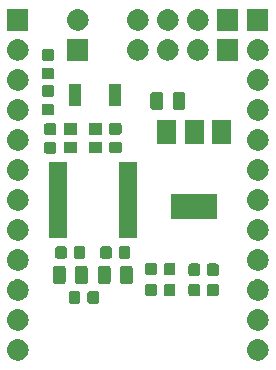
<source format=gbr>
%TF.GenerationSoftware,KiCad,Pcbnew,(5.0.2)-1*%
%TF.CreationDate,2019-02-28T15:11:48+01:00*%
%TF.ProjectId,STM32nano,53544d33-326e-4616-9e6f-2e6b69636164,rev?*%
%TF.SameCoordinates,Original*%
%TF.FileFunction,Soldermask,Top*%
%TF.FilePolarity,Negative*%
%FSLAX46Y46*%
G04 Gerber Fmt 4.6, Leading zero omitted, Abs format (unit mm)*
G04 Created by KiCad (PCBNEW (5.0.2)-1) date 28/02/2019 15:11:48*
%MOMM*%
%LPD*%
G01*
G04 APERTURE LIST*
%ADD10C,0.100000*%
G04 APERTURE END LIST*
D10*
G36*
X144890443Y-113405519D02*
X144956627Y-113412037D01*
X145069853Y-113446384D01*
X145126467Y-113463557D01*
X145265087Y-113537652D01*
X145282991Y-113547222D01*
X145318729Y-113576552D01*
X145420186Y-113659814D01*
X145503448Y-113761271D01*
X145532778Y-113797009D01*
X145532779Y-113797011D01*
X145616443Y-113953533D01*
X145616443Y-113953534D01*
X145667963Y-114123373D01*
X145685359Y-114300000D01*
X145667963Y-114476627D01*
X145633616Y-114589853D01*
X145616443Y-114646467D01*
X145542348Y-114785087D01*
X145532778Y-114802991D01*
X145503448Y-114838729D01*
X145420186Y-114940186D01*
X145318729Y-115023448D01*
X145282991Y-115052778D01*
X145282989Y-115052779D01*
X145126467Y-115136443D01*
X145069853Y-115153616D01*
X144956627Y-115187963D01*
X144890442Y-115194482D01*
X144824260Y-115201000D01*
X144735740Y-115201000D01*
X144669558Y-115194482D01*
X144603373Y-115187963D01*
X144490147Y-115153616D01*
X144433533Y-115136443D01*
X144277011Y-115052779D01*
X144277009Y-115052778D01*
X144241271Y-115023448D01*
X144139814Y-114940186D01*
X144056552Y-114838729D01*
X144027222Y-114802991D01*
X144017652Y-114785087D01*
X143943557Y-114646467D01*
X143926384Y-114589853D01*
X143892037Y-114476627D01*
X143874641Y-114300000D01*
X143892037Y-114123373D01*
X143943557Y-113953534D01*
X143943557Y-113953533D01*
X144027221Y-113797011D01*
X144027222Y-113797009D01*
X144056552Y-113761271D01*
X144139814Y-113659814D01*
X144241271Y-113576552D01*
X144277009Y-113547222D01*
X144294913Y-113537652D01*
X144433533Y-113463557D01*
X144490147Y-113446384D01*
X144603373Y-113412037D01*
X144669557Y-113405519D01*
X144735740Y-113399000D01*
X144824260Y-113399000D01*
X144890443Y-113405519D01*
X144890443Y-113405519D01*
G37*
G36*
X124570443Y-113405519D02*
X124636627Y-113412037D01*
X124749853Y-113446384D01*
X124806467Y-113463557D01*
X124945087Y-113537652D01*
X124962991Y-113547222D01*
X124998729Y-113576552D01*
X125100186Y-113659814D01*
X125183448Y-113761271D01*
X125212778Y-113797009D01*
X125212779Y-113797011D01*
X125296443Y-113953533D01*
X125296443Y-113953534D01*
X125347963Y-114123373D01*
X125365359Y-114300000D01*
X125347963Y-114476627D01*
X125313616Y-114589853D01*
X125296443Y-114646467D01*
X125222348Y-114785087D01*
X125212778Y-114802991D01*
X125183448Y-114838729D01*
X125100186Y-114940186D01*
X124998729Y-115023448D01*
X124962991Y-115052778D01*
X124962989Y-115052779D01*
X124806467Y-115136443D01*
X124749853Y-115153616D01*
X124636627Y-115187963D01*
X124570442Y-115194482D01*
X124504260Y-115201000D01*
X124415740Y-115201000D01*
X124349558Y-115194482D01*
X124283373Y-115187963D01*
X124170147Y-115153616D01*
X124113533Y-115136443D01*
X123957011Y-115052779D01*
X123957009Y-115052778D01*
X123921271Y-115023448D01*
X123819814Y-114940186D01*
X123736552Y-114838729D01*
X123707222Y-114802991D01*
X123697652Y-114785087D01*
X123623557Y-114646467D01*
X123606384Y-114589853D01*
X123572037Y-114476627D01*
X123554641Y-114300000D01*
X123572037Y-114123373D01*
X123623557Y-113953534D01*
X123623557Y-113953533D01*
X123707221Y-113797011D01*
X123707222Y-113797009D01*
X123736552Y-113761271D01*
X123819814Y-113659814D01*
X123921271Y-113576552D01*
X123957009Y-113547222D01*
X123974913Y-113537652D01*
X124113533Y-113463557D01*
X124170147Y-113446384D01*
X124283373Y-113412037D01*
X124349557Y-113405519D01*
X124415740Y-113399000D01*
X124504260Y-113399000D01*
X124570443Y-113405519D01*
X124570443Y-113405519D01*
G37*
G36*
X124570442Y-110865518D02*
X124636627Y-110872037D01*
X124749853Y-110906384D01*
X124806467Y-110923557D01*
X124945087Y-110997652D01*
X124962991Y-111007222D01*
X124998729Y-111036552D01*
X125100186Y-111119814D01*
X125183448Y-111221271D01*
X125212778Y-111257009D01*
X125212779Y-111257011D01*
X125296443Y-111413533D01*
X125296443Y-111413534D01*
X125347963Y-111583373D01*
X125365359Y-111760000D01*
X125347963Y-111936627D01*
X125313616Y-112049853D01*
X125296443Y-112106467D01*
X125222348Y-112245087D01*
X125212778Y-112262991D01*
X125183448Y-112298729D01*
X125100186Y-112400186D01*
X124998729Y-112483448D01*
X124962991Y-112512778D01*
X124962989Y-112512779D01*
X124806467Y-112596443D01*
X124749853Y-112613616D01*
X124636627Y-112647963D01*
X124570442Y-112654482D01*
X124504260Y-112661000D01*
X124415740Y-112661000D01*
X124349558Y-112654482D01*
X124283373Y-112647963D01*
X124170147Y-112613616D01*
X124113533Y-112596443D01*
X123957011Y-112512779D01*
X123957009Y-112512778D01*
X123921271Y-112483448D01*
X123819814Y-112400186D01*
X123736552Y-112298729D01*
X123707222Y-112262991D01*
X123697652Y-112245087D01*
X123623557Y-112106467D01*
X123606384Y-112049853D01*
X123572037Y-111936627D01*
X123554641Y-111760000D01*
X123572037Y-111583373D01*
X123623557Y-111413534D01*
X123623557Y-111413533D01*
X123707221Y-111257011D01*
X123707222Y-111257009D01*
X123736552Y-111221271D01*
X123819814Y-111119814D01*
X123921271Y-111036552D01*
X123957009Y-111007222D01*
X123974913Y-110997652D01*
X124113533Y-110923557D01*
X124170147Y-110906384D01*
X124283373Y-110872037D01*
X124349558Y-110865518D01*
X124415740Y-110859000D01*
X124504260Y-110859000D01*
X124570442Y-110865518D01*
X124570442Y-110865518D01*
G37*
G36*
X144890442Y-110865518D02*
X144956627Y-110872037D01*
X145069853Y-110906384D01*
X145126467Y-110923557D01*
X145265087Y-110997652D01*
X145282991Y-111007222D01*
X145318729Y-111036552D01*
X145420186Y-111119814D01*
X145503448Y-111221271D01*
X145532778Y-111257009D01*
X145532779Y-111257011D01*
X145616443Y-111413533D01*
X145616443Y-111413534D01*
X145667963Y-111583373D01*
X145685359Y-111760000D01*
X145667963Y-111936627D01*
X145633616Y-112049853D01*
X145616443Y-112106467D01*
X145542348Y-112245087D01*
X145532778Y-112262991D01*
X145503448Y-112298729D01*
X145420186Y-112400186D01*
X145318729Y-112483448D01*
X145282991Y-112512778D01*
X145282989Y-112512779D01*
X145126467Y-112596443D01*
X145069853Y-112613616D01*
X144956627Y-112647963D01*
X144890442Y-112654482D01*
X144824260Y-112661000D01*
X144735740Y-112661000D01*
X144669558Y-112654482D01*
X144603373Y-112647963D01*
X144490147Y-112613616D01*
X144433533Y-112596443D01*
X144277011Y-112512779D01*
X144277009Y-112512778D01*
X144241271Y-112483448D01*
X144139814Y-112400186D01*
X144056552Y-112298729D01*
X144027222Y-112262991D01*
X144017652Y-112245087D01*
X143943557Y-112106467D01*
X143926384Y-112049853D01*
X143892037Y-111936627D01*
X143874641Y-111760000D01*
X143892037Y-111583373D01*
X143943557Y-111413534D01*
X143943557Y-111413533D01*
X144027221Y-111257011D01*
X144027222Y-111257009D01*
X144056552Y-111221271D01*
X144139814Y-111119814D01*
X144241271Y-111036552D01*
X144277009Y-111007222D01*
X144294913Y-110997652D01*
X144433533Y-110923557D01*
X144490147Y-110906384D01*
X144603373Y-110872037D01*
X144669558Y-110865518D01*
X144735740Y-110859000D01*
X144824260Y-110859000D01*
X144890442Y-110865518D01*
X144890442Y-110865518D01*
G37*
G36*
X131177591Y-109333085D02*
X131211569Y-109343393D01*
X131242887Y-109360133D01*
X131270339Y-109382661D01*
X131292867Y-109410113D01*
X131309607Y-109441431D01*
X131319915Y-109475409D01*
X131324000Y-109516890D01*
X131324000Y-110193110D01*
X131319915Y-110234591D01*
X131309607Y-110268569D01*
X131292867Y-110299887D01*
X131270339Y-110327339D01*
X131242887Y-110349867D01*
X131211569Y-110366607D01*
X131177591Y-110376915D01*
X131136110Y-110381000D01*
X130534890Y-110381000D01*
X130493409Y-110376915D01*
X130459431Y-110366607D01*
X130428113Y-110349867D01*
X130400661Y-110327339D01*
X130378133Y-110299887D01*
X130361393Y-110268569D01*
X130351085Y-110234591D01*
X130347000Y-110193110D01*
X130347000Y-109516890D01*
X130351085Y-109475409D01*
X130361393Y-109441431D01*
X130378133Y-109410113D01*
X130400661Y-109382661D01*
X130428113Y-109360133D01*
X130459431Y-109343393D01*
X130493409Y-109333085D01*
X130534890Y-109329000D01*
X131136110Y-109329000D01*
X131177591Y-109333085D01*
X131177591Y-109333085D01*
G37*
G36*
X129602591Y-109333085D02*
X129636569Y-109343393D01*
X129667887Y-109360133D01*
X129695339Y-109382661D01*
X129717867Y-109410113D01*
X129734607Y-109441431D01*
X129744915Y-109475409D01*
X129749000Y-109516890D01*
X129749000Y-110193110D01*
X129744915Y-110234591D01*
X129734607Y-110268569D01*
X129717867Y-110299887D01*
X129695339Y-110327339D01*
X129667887Y-110349867D01*
X129636569Y-110366607D01*
X129602591Y-110376915D01*
X129561110Y-110381000D01*
X128959890Y-110381000D01*
X128918409Y-110376915D01*
X128884431Y-110366607D01*
X128853113Y-110349867D01*
X128825661Y-110327339D01*
X128803133Y-110299887D01*
X128786393Y-110268569D01*
X128776085Y-110234591D01*
X128772000Y-110193110D01*
X128772000Y-109516890D01*
X128776085Y-109475409D01*
X128786393Y-109441431D01*
X128803133Y-109410113D01*
X128825661Y-109382661D01*
X128853113Y-109360133D01*
X128884431Y-109343393D01*
X128918409Y-109333085D01*
X128959890Y-109329000D01*
X129561110Y-109329000D01*
X129602591Y-109333085D01*
X129602591Y-109333085D01*
G37*
G36*
X144890443Y-108325519D02*
X144956627Y-108332037D01*
X145069853Y-108366384D01*
X145126467Y-108383557D01*
X145216628Y-108431750D01*
X145282991Y-108467222D01*
X145308445Y-108488112D01*
X145420186Y-108579814D01*
X145490630Y-108665652D01*
X145532778Y-108717009D01*
X145532779Y-108717011D01*
X145616443Y-108873533D01*
X145616443Y-108873534D01*
X145667963Y-109043373D01*
X145685359Y-109220000D01*
X145667963Y-109396627D01*
X145654372Y-109441431D01*
X145616443Y-109566467D01*
X145558718Y-109674461D01*
X145532778Y-109722991D01*
X145517746Y-109741307D01*
X145420186Y-109860186D01*
X145318729Y-109943448D01*
X145282991Y-109972778D01*
X145282989Y-109972779D01*
X145126467Y-110056443D01*
X145069853Y-110073616D01*
X144956627Y-110107963D01*
X144890443Y-110114481D01*
X144824260Y-110121000D01*
X144735740Y-110121000D01*
X144669557Y-110114481D01*
X144603373Y-110107963D01*
X144490147Y-110073616D01*
X144433533Y-110056443D01*
X144277011Y-109972779D01*
X144277009Y-109972778D01*
X144241271Y-109943448D01*
X144139814Y-109860186D01*
X144042254Y-109741307D01*
X144027222Y-109722991D01*
X144001282Y-109674461D01*
X143943557Y-109566467D01*
X143905628Y-109441431D01*
X143892037Y-109396627D01*
X143874641Y-109220000D01*
X143892037Y-109043373D01*
X143943557Y-108873534D01*
X143943557Y-108873533D01*
X144027221Y-108717011D01*
X144027222Y-108717009D01*
X144069370Y-108665652D01*
X144139814Y-108579814D01*
X144251555Y-108488112D01*
X144277009Y-108467222D01*
X144343372Y-108431750D01*
X144433533Y-108383557D01*
X144490147Y-108366384D01*
X144603373Y-108332037D01*
X144669557Y-108325519D01*
X144735740Y-108319000D01*
X144824260Y-108319000D01*
X144890443Y-108325519D01*
X144890443Y-108325519D01*
G37*
G36*
X124570443Y-108325519D02*
X124636627Y-108332037D01*
X124749853Y-108366384D01*
X124806467Y-108383557D01*
X124896628Y-108431750D01*
X124962991Y-108467222D01*
X124988445Y-108488112D01*
X125100186Y-108579814D01*
X125170630Y-108665652D01*
X125212778Y-108717009D01*
X125212779Y-108717011D01*
X125296443Y-108873533D01*
X125296443Y-108873534D01*
X125347963Y-109043373D01*
X125365359Y-109220000D01*
X125347963Y-109396627D01*
X125334372Y-109441431D01*
X125296443Y-109566467D01*
X125238718Y-109674461D01*
X125212778Y-109722991D01*
X125197746Y-109741307D01*
X125100186Y-109860186D01*
X124998729Y-109943448D01*
X124962991Y-109972778D01*
X124962989Y-109972779D01*
X124806467Y-110056443D01*
X124749853Y-110073616D01*
X124636627Y-110107963D01*
X124570443Y-110114481D01*
X124504260Y-110121000D01*
X124415740Y-110121000D01*
X124349557Y-110114481D01*
X124283373Y-110107963D01*
X124170147Y-110073616D01*
X124113533Y-110056443D01*
X123957011Y-109972779D01*
X123957009Y-109972778D01*
X123921271Y-109943448D01*
X123819814Y-109860186D01*
X123722254Y-109741307D01*
X123707222Y-109722991D01*
X123681282Y-109674461D01*
X123623557Y-109566467D01*
X123585628Y-109441431D01*
X123572037Y-109396627D01*
X123554641Y-109220000D01*
X123572037Y-109043373D01*
X123623557Y-108873534D01*
X123623557Y-108873533D01*
X123707221Y-108717011D01*
X123707222Y-108717009D01*
X123749370Y-108665652D01*
X123819814Y-108579814D01*
X123931555Y-108488112D01*
X123957009Y-108467222D01*
X124023372Y-108431750D01*
X124113533Y-108383557D01*
X124170147Y-108366384D01*
X124283373Y-108332037D01*
X124349557Y-108325519D01*
X124415740Y-108319000D01*
X124504260Y-108319000D01*
X124570443Y-108325519D01*
X124570443Y-108325519D01*
G37*
G36*
X137654591Y-108698085D02*
X137688569Y-108708393D01*
X137719887Y-108725133D01*
X137747339Y-108747661D01*
X137769867Y-108775113D01*
X137786607Y-108806431D01*
X137796915Y-108840409D01*
X137801000Y-108881890D01*
X137801000Y-109558110D01*
X137796915Y-109599591D01*
X137786607Y-109633569D01*
X137769867Y-109664887D01*
X137747339Y-109692339D01*
X137719887Y-109714867D01*
X137688569Y-109731607D01*
X137654591Y-109741915D01*
X137613110Y-109746000D01*
X137011890Y-109746000D01*
X136970409Y-109741915D01*
X136936431Y-109731607D01*
X136905113Y-109714867D01*
X136877661Y-109692339D01*
X136855133Y-109664887D01*
X136838393Y-109633569D01*
X136828085Y-109599591D01*
X136824000Y-109558110D01*
X136824000Y-108881890D01*
X136828085Y-108840409D01*
X136838393Y-108806431D01*
X136855133Y-108775113D01*
X136877661Y-108747661D01*
X136905113Y-108725133D01*
X136936431Y-108708393D01*
X136970409Y-108698085D01*
X137011890Y-108694000D01*
X137613110Y-108694000D01*
X137654591Y-108698085D01*
X137654591Y-108698085D01*
G37*
G36*
X136079591Y-108698085D02*
X136113569Y-108708393D01*
X136144887Y-108725133D01*
X136172339Y-108747661D01*
X136194867Y-108775113D01*
X136211607Y-108806431D01*
X136221915Y-108840409D01*
X136226000Y-108881890D01*
X136226000Y-109558110D01*
X136221915Y-109599591D01*
X136211607Y-109633569D01*
X136194867Y-109664887D01*
X136172339Y-109692339D01*
X136144887Y-109714867D01*
X136113569Y-109731607D01*
X136079591Y-109741915D01*
X136038110Y-109746000D01*
X135436890Y-109746000D01*
X135395409Y-109741915D01*
X135361431Y-109731607D01*
X135330113Y-109714867D01*
X135302661Y-109692339D01*
X135280133Y-109664887D01*
X135263393Y-109633569D01*
X135253085Y-109599591D01*
X135249000Y-109558110D01*
X135249000Y-108881890D01*
X135253085Y-108840409D01*
X135263393Y-108806431D01*
X135280133Y-108775113D01*
X135302661Y-108747661D01*
X135330113Y-108725133D01*
X135361431Y-108708393D01*
X135395409Y-108698085D01*
X135436890Y-108694000D01*
X136038110Y-108694000D01*
X136079591Y-108698085D01*
X136079591Y-108698085D01*
G37*
G36*
X141312091Y-108698085D02*
X141346069Y-108708393D01*
X141377387Y-108725133D01*
X141404839Y-108747661D01*
X141427367Y-108775113D01*
X141444107Y-108806431D01*
X141454415Y-108840409D01*
X141458500Y-108881890D01*
X141458500Y-109558110D01*
X141454415Y-109599591D01*
X141444107Y-109633569D01*
X141427367Y-109664887D01*
X141404839Y-109692339D01*
X141377387Y-109714867D01*
X141346069Y-109731607D01*
X141312091Y-109741915D01*
X141270610Y-109746000D01*
X140669390Y-109746000D01*
X140627909Y-109741915D01*
X140593931Y-109731607D01*
X140562613Y-109714867D01*
X140535161Y-109692339D01*
X140512633Y-109664887D01*
X140495893Y-109633569D01*
X140485585Y-109599591D01*
X140481500Y-109558110D01*
X140481500Y-108881890D01*
X140485585Y-108840409D01*
X140495893Y-108806431D01*
X140512633Y-108775113D01*
X140535161Y-108747661D01*
X140562613Y-108725133D01*
X140593931Y-108708393D01*
X140627909Y-108698085D01*
X140669390Y-108694000D01*
X141270610Y-108694000D01*
X141312091Y-108698085D01*
X141312091Y-108698085D01*
G37*
G36*
X139737091Y-108698085D02*
X139771069Y-108708393D01*
X139802387Y-108725133D01*
X139829839Y-108747661D01*
X139852367Y-108775113D01*
X139869107Y-108806431D01*
X139879415Y-108840409D01*
X139883500Y-108881890D01*
X139883500Y-109558110D01*
X139879415Y-109599591D01*
X139869107Y-109633569D01*
X139852367Y-109664887D01*
X139829839Y-109692339D01*
X139802387Y-109714867D01*
X139771069Y-109731607D01*
X139737091Y-109741915D01*
X139695610Y-109746000D01*
X139094390Y-109746000D01*
X139052909Y-109741915D01*
X139018931Y-109731607D01*
X138987613Y-109714867D01*
X138960161Y-109692339D01*
X138937633Y-109664887D01*
X138920893Y-109633569D01*
X138910585Y-109599591D01*
X138906500Y-109558110D01*
X138906500Y-108881890D01*
X138910585Y-108840409D01*
X138920893Y-108806431D01*
X138937633Y-108775113D01*
X138960161Y-108747661D01*
X138987613Y-108725133D01*
X139018931Y-108708393D01*
X139052909Y-108698085D01*
X139094390Y-108694000D01*
X139695610Y-108694000D01*
X139737091Y-108698085D01*
X139737091Y-108698085D01*
G37*
G36*
X132149466Y-107203565D02*
X132188137Y-107215296D01*
X132223779Y-107234348D01*
X132255017Y-107259983D01*
X132280652Y-107291221D01*
X132299704Y-107326863D01*
X132311435Y-107365534D01*
X132316000Y-107411888D01*
X132316000Y-108488112D01*
X132311435Y-108534466D01*
X132299704Y-108573137D01*
X132280652Y-108608779D01*
X132255017Y-108640017D01*
X132223779Y-108665652D01*
X132188137Y-108684704D01*
X132149466Y-108696435D01*
X132103112Y-108701000D01*
X131451888Y-108701000D01*
X131405534Y-108696435D01*
X131366863Y-108684704D01*
X131331221Y-108665652D01*
X131299983Y-108640017D01*
X131274348Y-108608779D01*
X131255296Y-108573137D01*
X131243565Y-108534466D01*
X131239000Y-108488112D01*
X131239000Y-107411888D01*
X131243565Y-107365534D01*
X131255296Y-107326863D01*
X131274348Y-107291221D01*
X131299983Y-107259983D01*
X131331221Y-107234348D01*
X131366863Y-107215296D01*
X131405534Y-107203565D01*
X131451888Y-107199000D01*
X132103112Y-107199000D01*
X132149466Y-107203565D01*
X132149466Y-107203565D01*
G37*
G36*
X134024466Y-107203565D02*
X134063137Y-107215296D01*
X134098779Y-107234348D01*
X134130017Y-107259983D01*
X134155652Y-107291221D01*
X134174704Y-107326863D01*
X134186435Y-107365534D01*
X134191000Y-107411888D01*
X134191000Y-108488112D01*
X134186435Y-108534466D01*
X134174704Y-108573137D01*
X134155652Y-108608779D01*
X134130017Y-108640017D01*
X134098779Y-108665652D01*
X134063137Y-108684704D01*
X134024466Y-108696435D01*
X133978112Y-108701000D01*
X133326888Y-108701000D01*
X133280534Y-108696435D01*
X133241863Y-108684704D01*
X133206221Y-108665652D01*
X133174983Y-108640017D01*
X133149348Y-108608779D01*
X133130296Y-108573137D01*
X133118565Y-108534466D01*
X133114000Y-108488112D01*
X133114000Y-107411888D01*
X133118565Y-107365534D01*
X133130296Y-107326863D01*
X133149348Y-107291221D01*
X133174983Y-107259983D01*
X133206221Y-107234348D01*
X133241863Y-107215296D01*
X133280534Y-107203565D01*
X133326888Y-107199000D01*
X133978112Y-107199000D01*
X134024466Y-107203565D01*
X134024466Y-107203565D01*
G37*
G36*
X128339466Y-107203565D02*
X128378137Y-107215296D01*
X128413779Y-107234348D01*
X128445017Y-107259983D01*
X128470652Y-107291221D01*
X128489704Y-107326863D01*
X128501435Y-107365534D01*
X128506000Y-107411888D01*
X128506000Y-108488112D01*
X128501435Y-108534466D01*
X128489704Y-108573137D01*
X128470652Y-108608779D01*
X128445017Y-108640017D01*
X128413779Y-108665652D01*
X128378137Y-108684704D01*
X128339466Y-108696435D01*
X128293112Y-108701000D01*
X127641888Y-108701000D01*
X127595534Y-108696435D01*
X127556863Y-108684704D01*
X127521221Y-108665652D01*
X127489983Y-108640017D01*
X127464348Y-108608779D01*
X127445296Y-108573137D01*
X127433565Y-108534466D01*
X127429000Y-108488112D01*
X127429000Y-107411888D01*
X127433565Y-107365534D01*
X127445296Y-107326863D01*
X127464348Y-107291221D01*
X127489983Y-107259983D01*
X127521221Y-107234348D01*
X127556863Y-107215296D01*
X127595534Y-107203565D01*
X127641888Y-107199000D01*
X128293112Y-107199000D01*
X128339466Y-107203565D01*
X128339466Y-107203565D01*
G37*
G36*
X130214466Y-107203565D02*
X130253137Y-107215296D01*
X130288779Y-107234348D01*
X130320017Y-107259983D01*
X130345652Y-107291221D01*
X130364704Y-107326863D01*
X130376435Y-107365534D01*
X130381000Y-107411888D01*
X130381000Y-108488112D01*
X130376435Y-108534466D01*
X130364704Y-108573137D01*
X130345652Y-108608779D01*
X130320017Y-108640017D01*
X130288779Y-108665652D01*
X130253137Y-108684704D01*
X130214466Y-108696435D01*
X130168112Y-108701000D01*
X129516888Y-108701000D01*
X129470534Y-108696435D01*
X129431863Y-108684704D01*
X129396221Y-108665652D01*
X129364983Y-108640017D01*
X129339348Y-108608779D01*
X129320296Y-108573137D01*
X129308565Y-108534466D01*
X129304000Y-108488112D01*
X129304000Y-107411888D01*
X129308565Y-107365534D01*
X129320296Y-107326863D01*
X129339348Y-107291221D01*
X129364983Y-107259983D01*
X129396221Y-107234348D01*
X129431863Y-107215296D01*
X129470534Y-107203565D01*
X129516888Y-107199000D01*
X130168112Y-107199000D01*
X130214466Y-107203565D01*
X130214466Y-107203565D01*
G37*
G36*
X141312091Y-106983585D02*
X141346069Y-106993893D01*
X141377387Y-107010633D01*
X141404839Y-107033161D01*
X141427367Y-107060613D01*
X141444107Y-107091931D01*
X141454415Y-107125909D01*
X141458500Y-107167390D01*
X141458500Y-107843610D01*
X141454415Y-107885091D01*
X141444107Y-107919069D01*
X141427367Y-107950387D01*
X141404839Y-107977839D01*
X141377387Y-108000367D01*
X141346069Y-108017107D01*
X141312091Y-108027415D01*
X141270610Y-108031500D01*
X140669390Y-108031500D01*
X140627909Y-108027415D01*
X140593931Y-108017107D01*
X140562613Y-108000367D01*
X140535161Y-107977839D01*
X140512633Y-107950387D01*
X140495893Y-107919069D01*
X140485585Y-107885091D01*
X140481500Y-107843610D01*
X140481500Y-107167390D01*
X140485585Y-107125909D01*
X140495893Y-107091931D01*
X140512633Y-107060613D01*
X140535161Y-107033161D01*
X140562613Y-107010633D01*
X140593931Y-106993893D01*
X140627909Y-106983585D01*
X140669390Y-106979500D01*
X141270610Y-106979500D01*
X141312091Y-106983585D01*
X141312091Y-106983585D01*
G37*
G36*
X139737091Y-106983585D02*
X139771069Y-106993893D01*
X139802387Y-107010633D01*
X139829839Y-107033161D01*
X139852367Y-107060613D01*
X139869107Y-107091931D01*
X139879415Y-107125909D01*
X139883500Y-107167390D01*
X139883500Y-107843610D01*
X139879415Y-107885091D01*
X139869107Y-107919069D01*
X139852367Y-107950387D01*
X139829839Y-107977839D01*
X139802387Y-108000367D01*
X139771069Y-108017107D01*
X139737091Y-108027415D01*
X139695610Y-108031500D01*
X139094390Y-108031500D01*
X139052909Y-108027415D01*
X139018931Y-108017107D01*
X138987613Y-108000367D01*
X138960161Y-107977839D01*
X138937633Y-107950387D01*
X138920893Y-107919069D01*
X138910585Y-107885091D01*
X138906500Y-107843610D01*
X138906500Y-107167390D01*
X138910585Y-107125909D01*
X138920893Y-107091931D01*
X138937633Y-107060613D01*
X138960161Y-107033161D01*
X138987613Y-107010633D01*
X139018931Y-106993893D01*
X139052909Y-106983585D01*
X139094390Y-106979500D01*
X139695610Y-106979500D01*
X139737091Y-106983585D01*
X139737091Y-106983585D01*
G37*
G36*
X136079591Y-106920085D02*
X136113569Y-106930393D01*
X136144887Y-106947133D01*
X136172339Y-106969661D01*
X136194867Y-106997113D01*
X136211607Y-107028431D01*
X136221915Y-107062409D01*
X136226000Y-107103890D01*
X136226000Y-107780110D01*
X136221915Y-107821591D01*
X136211607Y-107855569D01*
X136194867Y-107886887D01*
X136172339Y-107914339D01*
X136144887Y-107936867D01*
X136113569Y-107953607D01*
X136079591Y-107963915D01*
X136038110Y-107968000D01*
X135436890Y-107968000D01*
X135395409Y-107963915D01*
X135361431Y-107953607D01*
X135330113Y-107936867D01*
X135302661Y-107914339D01*
X135280133Y-107886887D01*
X135263393Y-107855569D01*
X135253085Y-107821591D01*
X135249000Y-107780110D01*
X135249000Y-107103890D01*
X135253085Y-107062409D01*
X135263393Y-107028431D01*
X135280133Y-106997113D01*
X135302661Y-106969661D01*
X135330113Y-106947133D01*
X135361431Y-106930393D01*
X135395409Y-106920085D01*
X135436890Y-106916000D01*
X136038110Y-106916000D01*
X136079591Y-106920085D01*
X136079591Y-106920085D01*
G37*
G36*
X137654591Y-106920085D02*
X137688569Y-106930393D01*
X137719887Y-106947133D01*
X137747339Y-106969661D01*
X137769867Y-106997113D01*
X137786607Y-107028431D01*
X137796915Y-107062409D01*
X137801000Y-107103890D01*
X137801000Y-107780110D01*
X137796915Y-107821591D01*
X137786607Y-107855569D01*
X137769867Y-107886887D01*
X137747339Y-107914339D01*
X137719887Y-107936867D01*
X137688569Y-107953607D01*
X137654591Y-107963915D01*
X137613110Y-107968000D01*
X137011890Y-107968000D01*
X136970409Y-107963915D01*
X136936431Y-107953607D01*
X136905113Y-107936867D01*
X136877661Y-107914339D01*
X136855133Y-107886887D01*
X136838393Y-107855569D01*
X136828085Y-107821591D01*
X136824000Y-107780110D01*
X136824000Y-107103890D01*
X136828085Y-107062409D01*
X136838393Y-107028431D01*
X136855133Y-106997113D01*
X136877661Y-106969661D01*
X136905113Y-106947133D01*
X136936431Y-106930393D01*
X136970409Y-106920085D01*
X137011890Y-106916000D01*
X137613110Y-106916000D01*
X137654591Y-106920085D01*
X137654591Y-106920085D01*
G37*
G36*
X144890443Y-105785519D02*
X144956627Y-105792037D01*
X145069853Y-105826384D01*
X145126467Y-105843557D01*
X145265087Y-105917652D01*
X145282991Y-105927222D01*
X145318729Y-105956552D01*
X145420186Y-106039814D01*
X145503448Y-106141271D01*
X145532778Y-106177009D01*
X145532779Y-106177011D01*
X145616443Y-106333533D01*
X145616443Y-106333534D01*
X145667963Y-106503373D01*
X145685359Y-106680000D01*
X145667963Y-106856627D01*
X145640508Y-106947133D01*
X145616443Y-107026467D01*
X145581451Y-107091931D01*
X145532778Y-107182991D01*
X145515893Y-107203565D01*
X145420186Y-107320186D01*
X145318729Y-107403448D01*
X145282991Y-107432778D01*
X145282989Y-107432779D01*
X145126467Y-107516443D01*
X145069853Y-107533616D01*
X144956627Y-107567963D01*
X144890443Y-107574481D01*
X144824260Y-107581000D01*
X144735740Y-107581000D01*
X144669557Y-107574481D01*
X144603373Y-107567963D01*
X144490147Y-107533616D01*
X144433533Y-107516443D01*
X144277011Y-107432779D01*
X144277009Y-107432778D01*
X144241271Y-107403448D01*
X144139814Y-107320186D01*
X144044107Y-107203565D01*
X144027222Y-107182991D01*
X143978549Y-107091931D01*
X143943557Y-107026467D01*
X143919492Y-106947133D01*
X143892037Y-106856627D01*
X143874641Y-106680000D01*
X143892037Y-106503373D01*
X143943557Y-106333534D01*
X143943557Y-106333533D01*
X144027221Y-106177011D01*
X144027222Y-106177009D01*
X144056552Y-106141271D01*
X144139814Y-106039814D01*
X144241271Y-105956552D01*
X144277009Y-105927222D01*
X144294913Y-105917652D01*
X144433533Y-105843557D01*
X144490147Y-105826384D01*
X144603373Y-105792037D01*
X144669557Y-105785519D01*
X144735740Y-105779000D01*
X144824260Y-105779000D01*
X144890443Y-105785519D01*
X144890443Y-105785519D01*
G37*
G36*
X124570443Y-105785519D02*
X124636627Y-105792037D01*
X124749853Y-105826384D01*
X124806467Y-105843557D01*
X124945087Y-105917652D01*
X124962991Y-105927222D01*
X124998729Y-105956552D01*
X125100186Y-106039814D01*
X125183448Y-106141271D01*
X125212778Y-106177009D01*
X125212779Y-106177011D01*
X125296443Y-106333533D01*
X125296443Y-106333534D01*
X125347963Y-106503373D01*
X125365359Y-106680000D01*
X125347963Y-106856627D01*
X125320508Y-106947133D01*
X125296443Y-107026467D01*
X125261451Y-107091931D01*
X125212778Y-107182991D01*
X125195893Y-107203565D01*
X125100186Y-107320186D01*
X124998729Y-107403448D01*
X124962991Y-107432778D01*
X124962989Y-107432779D01*
X124806467Y-107516443D01*
X124749853Y-107533616D01*
X124636627Y-107567963D01*
X124570443Y-107574481D01*
X124504260Y-107581000D01*
X124415740Y-107581000D01*
X124349557Y-107574481D01*
X124283373Y-107567963D01*
X124170147Y-107533616D01*
X124113533Y-107516443D01*
X123957011Y-107432779D01*
X123957009Y-107432778D01*
X123921271Y-107403448D01*
X123819814Y-107320186D01*
X123724107Y-107203565D01*
X123707222Y-107182991D01*
X123658549Y-107091931D01*
X123623557Y-107026467D01*
X123599492Y-106947133D01*
X123572037Y-106856627D01*
X123554641Y-106680000D01*
X123572037Y-106503373D01*
X123623557Y-106333534D01*
X123623557Y-106333533D01*
X123707221Y-106177011D01*
X123707222Y-106177009D01*
X123736552Y-106141271D01*
X123819814Y-106039814D01*
X123921271Y-105956552D01*
X123957009Y-105927222D01*
X123974913Y-105917652D01*
X124113533Y-105843557D01*
X124170147Y-105826384D01*
X124283373Y-105792037D01*
X124349557Y-105785519D01*
X124415740Y-105779000D01*
X124504260Y-105779000D01*
X124570443Y-105785519D01*
X124570443Y-105785519D01*
G37*
G36*
X133844591Y-105523085D02*
X133878569Y-105533393D01*
X133909887Y-105550133D01*
X133937339Y-105572661D01*
X133959867Y-105600113D01*
X133976607Y-105631431D01*
X133986915Y-105665409D01*
X133991000Y-105706890D01*
X133991000Y-106383110D01*
X133986915Y-106424591D01*
X133976607Y-106458569D01*
X133959867Y-106489887D01*
X133937339Y-106517339D01*
X133909887Y-106539867D01*
X133878569Y-106556607D01*
X133844591Y-106566915D01*
X133803110Y-106571000D01*
X133201890Y-106571000D01*
X133160409Y-106566915D01*
X133126431Y-106556607D01*
X133095113Y-106539867D01*
X133067661Y-106517339D01*
X133045133Y-106489887D01*
X133028393Y-106458569D01*
X133018085Y-106424591D01*
X133014000Y-106383110D01*
X133014000Y-105706890D01*
X133018085Y-105665409D01*
X133028393Y-105631431D01*
X133045133Y-105600113D01*
X133067661Y-105572661D01*
X133095113Y-105550133D01*
X133126431Y-105533393D01*
X133160409Y-105523085D01*
X133201890Y-105519000D01*
X133803110Y-105519000D01*
X133844591Y-105523085D01*
X133844591Y-105523085D01*
G37*
G36*
X132269591Y-105523085D02*
X132303569Y-105533393D01*
X132334887Y-105550133D01*
X132362339Y-105572661D01*
X132384867Y-105600113D01*
X132401607Y-105631431D01*
X132411915Y-105665409D01*
X132416000Y-105706890D01*
X132416000Y-106383110D01*
X132411915Y-106424591D01*
X132401607Y-106458569D01*
X132384867Y-106489887D01*
X132362339Y-106517339D01*
X132334887Y-106539867D01*
X132303569Y-106556607D01*
X132269591Y-106566915D01*
X132228110Y-106571000D01*
X131626890Y-106571000D01*
X131585409Y-106566915D01*
X131551431Y-106556607D01*
X131520113Y-106539867D01*
X131492661Y-106517339D01*
X131470133Y-106489887D01*
X131453393Y-106458569D01*
X131443085Y-106424591D01*
X131439000Y-106383110D01*
X131439000Y-105706890D01*
X131443085Y-105665409D01*
X131453393Y-105631431D01*
X131470133Y-105600113D01*
X131492661Y-105572661D01*
X131520113Y-105550133D01*
X131551431Y-105533393D01*
X131585409Y-105523085D01*
X131626890Y-105519000D01*
X132228110Y-105519000D01*
X132269591Y-105523085D01*
X132269591Y-105523085D01*
G37*
G36*
X130034591Y-105523085D02*
X130068569Y-105533393D01*
X130099887Y-105550133D01*
X130127339Y-105572661D01*
X130149867Y-105600113D01*
X130166607Y-105631431D01*
X130176915Y-105665409D01*
X130181000Y-105706890D01*
X130181000Y-106383110D01*
X130176915Y-106424591D01*
X130166607Y-106458569D01*
X130149867Y-106489887D01*
X130127339Y-106517339D01*
X130099887Y-106539867D01*
X130068569Y-106556607D01*
X130034591Y-106566915D01*
X129993110Y-106571000D01*
X129391890Y-106571000D01*
X129350409Y-106566915D01*
X129316431Y-106556607D01*
X129285113Y-106539867D01*
X129257661Y-106517339D01*
X129235133Y-106489887D01*
X129218393Y-106458569D01*
X129208085Y-106424591D01*
X129204000Y-106383110D01*
X129204000Y-105706890D01*
X129208085Y-105665409D01*
X129218393Y-105631431D01*
X129235133Y-105600113D01*
X129257661Y-105572661D01*
X129285113Y-105550133D01*
X129316431Y-105533393D01*
X129350409Y-105523085D01*
X129391890Y-105519000D01*
X129993110Y-105519000D01*
X130034591Y-105523085D01*
X130034591Y-105523085D01*
G37*
G36*
X128459591Y-105523085D02*
X128493569Y-105533393D01*
X128524887Y-105550133D01*
X128552339Y-105572661D01*
X128574867Y-105600113D01*
X128591607Y-105631431D01*
X128601915Y-105665409D01*
X128606000Y-105706890D01*
X128606000Y-106383110D01*
X128601915Y-106424591D01*
X128591607Y-106458569D01*
X128574867Y-106489887D01*
X128552339Y-106517339D01*
X128524887Y-106539867D01*
X128493569Y-106556607D01*
X128459591Y-106566915D01*
X128418110Y-106571000D01*
X127816890Y-106571000D01*
X127775409Y-106566915D01*
X127741431Y-106556607D01*
X127710113Y-106539867D01*
X127682661Y-106517339D01*
X127660133Y-106489887D01*
X127643393Y-106458569D01*
X127633085Y-106424591D01*
X127629000Y-106383110D01*
X127629000Y-105706890D01*
X127633085Y-105665409D01*
X127643393Y-105631431D01*
X127660133Y-105600113D01*
X127682661Y-105572661D01*
X127710113Y-105550133D01*
X127741431Y-105533393D01*
X127775409Y-105523085D01*
X127816890Y-105519000D01*
X128418110Y-105519000D01*
X128459591Y-105523085D01*
X128459591Y-105523085D01*
G37*
G36*
X124570443Y-103245519D02*
X124636627Y-103252037D01*
X124749853Y-103286384D01*
X124806467Y-103303557D01*
X124945087Y-103377652D01*
X124962991Y-103387222D01*
X124998729Y-103416552D01*
X125100186Y-103499814D01*
X125181585Y-103599000D01*
X125212778Y-103637009D01*
X125212779Y-103637011D01*
X125296443Y-103793533D01*
X125296443Y-103793534D01*
X125347963Y-103963373D01*
X125365359Y-104140000D01*
X125347963Y-104316627D01*
X125313616Y-104429853D01*
X125296443Y-104486467D01*
X125222348Y-104625087D01*
X125212778Y-104642991D01*
X125183448Y-104678729D01*
X125100186Y-104780186D01*
X124998729Y-104863448D01*
X124962991Y-104892778D01*
X124962989Y-104892779D01*
X124806467Y-104976443D01*
X124749853Y-104993616D01*
X124636627Y-105027963D01*
X124570442Y-105034482D01*
X124504260Y-105041000D01*
X124415740Y-105041000D01*
X124349557Y-105034481D01*
X124283373Y-105027963D01*
X124170147Y-104993616D01*
X124113533Y-104976443D01*
X123957011Y-104892779D01*
X123957009Y-104892778D01*
X123921271Y-104863448D01*
X123819814Y-104780186D01*
X123736552Y-104678729D01*
X123707222Y-104642991D01*
X123697652Y-104625087D01*
X123623557Y-104486467D01*
X123606384Y-104429853D01*
X123572037Y-104316627D01*
X123554641Y-104140000D01*
X123572037Y-103963373D01*
X123623557Y-103793534D01*
X123623557Y-103793533D01*
X123707221Y-103637011D01*
X123707222Y-103637009D01*
X123738415Y-103599000D01*
X123819814Y-103499814D01*
X123921271Y-103416552D01*
X123957009Y-103387222D01*
X123974913Y-103377652D01*
X124113533Y-103303557D01*
X124170147Y-103286384D01*
X124283373Y-103252037D01*
X124349558Y-103245518D01*
X124415740Y-103239000D01*
X124504260Y-103239000D01*
X124570443Y-103245519D01*
X124570443Y-103245519D01*
G37*
G36*
X144890443Y-103245519D02*
X144956627Y-103252037D01*
X145069853Y-103286384D01*
X145126467Y-103303557D01*
X145265087Y-103377652D01*
X145282991Y-103387222D01*
X145318729Y-103416552D01*
X145420186Y-103499814D01*
X145501585Y-103599000D01*
X145532778Y-103637009D01*
X145532779Y-103637011D01*
X145616443Y-103793533D01*
X145616443Y-103793534D01*
X145667963Y-103963373D01*
X145685359Y-104140000D01*
X145667963Y-104316627D01*
X145633616Y-104429853D01*
X145616443Y-104486467D01*
X145542348Y-104625087D01*
X145532778Y-104642991D01*
X145503448Y-104678729D01*
X145420186Y-104780186D01*
X145318729Y-104863448D01*
X145282991Y-104892778D01*
X145282989Y-104892779D01*
X145126467Y-104976443D01*
X145069853Y-104993616D01*
X144956627Y-105027963D01*
X144890442Y-105034482D01*
X144824260Y-105041000D01*
X144735740Y-105041000D01*
X144669557Y-105034481D01*
X144603373Y-105027963D01*
X144490147Y-104993616D01*
X144433533Y-104976443D01*
X144277011Y-104892779D01*
X144277009Y-104892778D01*
X144241271Y-104863448D01*
X144139814Y-104780186D01*
X144056552Y-104678729D01*
X144027222Y-104642991D01*
X144017652Y-104625087D01*
X143943557Y-104486467D01*
X143926384Y-104429853D01*
X143892037Y-104316627D01*
X143874641Y-104140000D01*
X143892037Y-103963373D01*
X143943557Y-103793534D01*
X143943557Y-103793533D01*
X144027221Y-103637011D01*
X144027222Y-103637009D01*
X144058415Y-103599000D01*
X144139814Y-103499814D01*
X144241271Y-103416552D01*
X144277009Y-103387222D01*
X144294913Y-103377652D01*
X144433533Y-103303557D01*
X144490147Y-103286384D01*
X144603373Y-103252037D01*
X144669558Y-103245518D01*
X144735740Y-103239000D01*
X144824260Y-103239000D01*
X144890443Y-103245519D01*
X144890443Y-103245519D01*
G37*
G36*
X134536000Y-104801000D02*
X132984000Y-104801000D01*
X132984000Y-98399000D01*
X134536000Y-98399000D01*
X134536000Y-104801000D01*
X134536000Y-104801000D01*
G37*
G36*
X128636000Y-104801000D02*
X127084000Y-104801000D01*
X127084000Y-98399000D01*
X128636000Y-98399000D01*
X128636000Y-104801000D01*
X128636000Y-104801000D01*
G37*
G36*
X141333500Y-103197500D02*
X137431500Y-103197500D01*
X137431500Y-101095500D01*
X141333500Y-101095500D01*
X141333500Y-103197500D01*
X141333500Y-103197500D01*
G37*
G36*
X124570443Y-100705519D02*
X124636627Y-100712037D01*
X124749853Y-100746384D01*
X124806467Y-100763557D01*
X124945087Y-100837652D01*
X124962991Y-100847222D01*
X124998729Y-100876552D01*
X125100186Y-100959814D01*
X125183448Y-101061271D01*
X125212778Y-101097009D01*
X125212779Y-101097011D01*
X125296443Y-101253533D01*
X125296443Y-101253534D01*
X125347963Y-101423373D01*
X125365359Y-101600000D01*
X125347963Y-101776627D01*
X125313616Y-101889853D01*
X125296443Y-101946467D01*
X125222348Y-102085087D01*
X125212778Y-102102991D01*
X125183448Y-102138729D01*
X125100186Y-102240186D01*
X124998729Y-102323448D01*
X124962991Y-102352778D01*
X124962989Y-102352779D01*
X124806467Y-102436443D01*
X124749853Y-102453616D01*
X124636627Y-102487963D01*
X124570442Y-102494482D01*
X124504260Y-102501000D01*
X124415740Y-102501000D01*
X124349558Y-102494482D01*
X124283373Y-102487963D01*
X124170147Y-102453616D01*
X124113533Y-102436443D01*
X123957011Y-102352779D01*
X123957009Y-102352778D01*
X123921271Y-102323448D01*
X123819814Y-102240186D01*
X123736552Y-102138729D01*
X123707222Y-102102991D01*
X123697652Y-102085087D01*
X123623557Y-101946467D01*
X123606384Y-101889853D01*
X123572037Y-101776627D01*
X123554641Y-101600000D01*
X123572037Y-101423373D01*
X123623557Y-101253534D01*
X123623557Y-101253533D01*
X123707221Y-101097011D01*
X123707222Y-101097009D01*
X123736552Y-101061271D01*
X123819814Y-100959814D01*
X123921271Y-100876552D01*
X123957009Y-100847222D01*
X123974913Y-100837652D01*
X124113533Y-100763557D01*
X124170147Y-100746384D01*
X124283373Y-100712037D01*
X124349557Y-100705519D01*
X124415740Y-100699000D01*
X124504260Y-100699000D01*
X124570443Y-100705519D01*
X124570443Y-100705519D01*
G37*
G36*
X144890443Y-100705519D02*
X144956627Y-100712037D01*
X145069853Y-100746384D01*
X145126467Y-100763557D01*
X145265087Y-100837652D01*
X145282991Y-100847222D01*
X145318729Y-100876552D01*
X145420186Y-100959814D01*
X145503448Y-101061271D01*
X145532778Y-101097009D01*
X145532779Y-101097011D01*
X145616443Y-101253533D01*
X145616443Y-101253534D01*
X145667963Y-101423373D01*
X145685359Y-101600000D01*
X145667963Y-101776627D01*
X145633616Y-101889853D01*
X145616443Y-101946467D01*
X145542348Y-102085087D01*
X145532778Y-102102991D01*
X145503448Y-102138729D01*
X145420186Y-102240186D01*
X145318729Y-102323448D01*
X145282991Y-102352778D01*
X145282989Y-102352779D01*
X145126467Y-102436443D01*
X145069853Y-102453616D01*
X144956627Y-102487963D01*
X144890442Y-102494482D01*
X144824260Y-102501000D01*
X144735740Y-102501000D01*
X144669558Y-102494482D01*
X144603373Y-102487963D01*
X144490147Y-102453616D01*
X144433533Y-102436443D01*
X144277011Y-102352779D01*
X144277009Y-102352778D01*
X144241271Y-102323448D01*
X144139814Y-102240186D01*
X144056552Y-102138729D01*
X144027222Y-102102991D01*
X144017652Y-102085087D01*
X143943557Y-101946467D01*
X143926384Y-101889853D01*
X143892037Y-101776627D01*
X143874641Y-101600000D01*
X143892037Y-101423373D01*
X143943557Y-101253534D01*
X143943557Y-101253533D01*
X144027221Y-101097011D01*
X144027222Y-101097009D01*
X144056552Y-101061271D01*
X144139814Y-100959814D01*
X144241271Y-100876552D01*
X144277009Y-100847222D01*
X144294913Y-100837652D01*
X144433533Y-100763557D01*
X144490147Y-100746384D01*
X144603373Y-100712037D01*
X144669557Y-100705519D01*
X144735740Y-100699000D01*
X144824260Y-100699000D01*
X144890443Y-100705519D01*
X144890443Y-100705519D01*
G37*
G36*
X144890443Y-98165519D02*
X144956627Y-98172037D01*
X145069853Y-98206384D01*
X145126467Y-98223557D01*
X145265087Y-98297652D01*
X145282991Y-98307222D01*
X145318729Y-98336552D01*
X145420186Y-98419814D01*
X145503448Y-98521271D01*
X145532778Y-98557009D01*
X145532779Y-98557011D01*
X145616443Y-98713533D01*
X145616443Y-98713534D01*
X145667963Y-98883373D01*
X145685359Y-99060000D01*
X145667963Y-99236627D01*
X145633616Y-99349853D01*
X145616443Y-99406467D01*
X145542348Y-99545087D01*
X145532778Y-99562991D01*
X145503448Y-99598729D01*
X145420186Y-99700186D01*
X145318729Y-99783448D01*
X145282991Y-99812778D01*
X145282989Y-99812779D01*
X145126467Y-99896443D01*
X145069853Y-99913616D01*
X144956627Y-99947963D01*
X144890443Y-99954481D01*
X144824260Y-99961000D01*
X144735740Y-99961000D01*
X144669557Y-99954481D01*
X144603373Y-99947963D01*
X144490147Y-99913616D01*
X144433533Y-99896443D01*
X144277011Y-99812779D01*
X144277009Y-99812778D01*
X144241271Y-99783448D01*
X144139814Y-99700186D01*
X144056552Y-99598729D01*
X144027222Y-99562991D01*
X144017652Y-99545087D01*
X143943557Y-99406467D01*
X143926384Y-99349853D01*
X143892037Y-99236627D01*
X143874641Y-99060000D01*
X143892037Y-98883373D01*
X143943557Y-98713534D01*
X143943557Y-98713533D01*
X144027221Y-98557011D01*
X144027222Y-98557009D01*
X144056552Y-98521271D01*
X144139814Y-98419814D01*
X144241271Y-98336552D01*
X144277009Y-98307222D01*
X144294913Y-98297652D01*
X144433533Y-98223557D01*
X144490147Y-98206384D01*
X144603373Y-98172037D01*
X144669557Y-98165519D01*
X144735740Y-98159000D01*
X144824260Y-98159000D01*
X144890443Y-98165519D01*
X144890443Y-98165519D01*
G37*
G36*
X124570443Y-98165519D02*
X124636627Y-98172037D01*
X124749853Y-98206384D01*
X124806467Y-98223557D01*
X124945087Y-98297652D01*
X124962991Y-98307222D01*
X124998729Y-98336552D01*
X125100186Y-98419814D01*
X125183448Y-98521271D01*
X125212778Y-98557009D01*
X125212779Y-98557011D01*
X125296443Y-98713533D01*
X125296443Y-98713534D01*
X125347963Y-98883373D01*
X125365359Y-99060000D01*
X125347963Y-99236627D01*
X125313616Y-99349853D01*
X125296443Y-99406467D01*
X125222348Y-99545087D01*
X125212778Y-99562991D01*
X125183448Y-99598729D01*
X125100186Y-99700186D01*
X124998729Y-99783448D01*
X124962991Y-99812778D01*
X124962989Y-99812779D01*
X124806467Y-99896443D01*
X124749853Y-99913616D01*
X124636627Y-99947963D01*
X124570443Y-99954481D01*
X124504260Y-99961000D01*
X124415740Y-99961000D01*
X124349557Y-99954481D01*
X124283373Y-99947963D01*
X124170147Y-99913616D01*
X124113533Y-99896443D01*
X123957011Y-99812779D01*
X123957009Y-99812778D01*
X123921271Y-99783448D01*
X123819814Y-99700186D01*
X123736552Y-99598729D01*
X123707222Y-99562991D01*
X123697652Y-99545087D01*
X123623557Y-99406467D01*
X123606384Y-99349853D01*
X123572037Y-99236627D01*
X123554641Y-99060000D01*
X123572037Y-98883373D01*
X123623557Y-98713534D01*
X123623557Y-98713533D01*
X123707221Y-98557011D01*
X123707222Y-98557009D01*
X123736552Y-98521271D01*
X123819814Y-98419814D01*
X123921271Y-98336552D01*
X123957009Y-98307222D01*
X123974913Y-98297652D01*
X124113533Y-98223557D01*
X124170147Y-98206384D01*
X124283373Y-98172037D01*
X124349557Y-98165519D01*
X124415740Y-98159000D01*
X124504260Y-98159000D01*
X124570443Y-98165519D01*
X124570443Y-98165519D01*
G37*
G36*
X127570091Y-96696085D02*
X127604069Y-96706393D01*
X127635387Y-96723133D01*
X127662839Y-96745661D01*
X127685367Y-96773113D01*
X127702107Y-96804431D01*
X127712415Y-96838409D01*
X127716500Y-96879890D01*
X127716500Y-97481110D01*
X127712415Y-97522591D01*
X127702107Y-97556569D01*
X127685367Y-97587887D01*
X127662839Y-97615339D01*
X127635387Y-97637867D01*
X127604069Y-97654607D01*
X127570091Y-97664915D01*
X127528610Y-97669000D01*
X126852390Y-97669000D01*
X126810909Y-97664915D01*
X126776931Y-97654607D01*
X126745613Y-97637867D01*
X126718161Y-97615339D01*
X126695633Y-97587887D01*
X126678893Y-97556569D01*
X126668585Y-97522591D01*
X126664500Y-97481110D01*
X126664500Y-96879890D01*
X126668585Y-96838409D01*
X126678893Y-96804431D01*
X126695633Y-96773113D01*
X126718161Y-96745661D01*
X126745613Y-96723133D01*
X126776931Y-96706393D01*
X126810909Y-96696085D01*
X126852390Y-96692000D01*
X127528610Y-96692000D01*
X127570091Y-96696085D01*
X127570091Y-96696085D01*
G37*
G36*
X129456000Y-97656000D02*
X128354000Y-97656000D01*
X128354000Y-96654000D01*
X129456000Y-96654000D01*
X129456000Y-97656000D01*
X129456000Y-97656000D01*
G37*
G36*
X131606000Y-97656000D02*
X130504000Y-97656000D01*
X130504000Y-96654000D01*
X131606000Y-96654000D01*
X131606000Y-97656000D01*
X131606000Y-97656000D01*
G37*
G36*
X133094591Y-96670585D02*
X133128569Y-96680893D01*
X133159887Y-96697633D01*
X133187339Y-96720161D01*
X133209867Y-96747613D01*
X133226607Y-96778931D01*
X133236915Y-96812909D01*
X133241000Y-96854390D01*
X133241000Y-97455610D01*
X133236915Y-97497091D01*
X133226607Y-97531069D01*
X133209867Y-97562387D01*
X133187339Y-97589839D01*
X133159887Y-97612367D01*
X133128569Y-97629107D01*
X133094591Y-97639415D01*
X133053110Y-97643500D01*
X132376890Y-97643500D01*
X132335409Y-97639415D01*
X132301431Y-97629107D01*
X132270113Y-97612367D01*
X132242661Y-97589839D01*
X132220133Y-97562387D01*
X132203393Y-97531069D01*
X132193085Y-97497091D01*
X132189000Y-97455610D01*
X132189000Y-96854390D01*
X132193085Y-96812909D01*
X132203393Y-96778931D01*
X132220133Y-96747613D01*
X132242661Y-96720161D01*
X132270113Y-96697633D01*
X132301431Y-96680893D01*
X132335409Y-96670585D01*
X132376890Y-96666500D01*
X133053110Y-96666500D01*
X133094591Y-96670585D01*
X133094591Y-96670585D01*
G37*
G36*
X124570442Y-95625518D02*
X124636627Y-95632037D01*
X124749853Y-95666384D01*
X124806467Y-95683557D01*
X124945087Y-95757652D01*
X124962991Y-95767222D01*
X124998729Y-95796552D01*
X125100186Y-95879814D01*
X125165949Y-95959948D01*
X125212778Y-96017009D01*
X125212779Y-96017011D01*
X125296443Y-96173533D01*
X125296443Y-96173534D01*
X125347963Y-96343373D01*
X125365359Y-96520000D01*
X125347963Y-96696627D01*
X125324761Y-96773113D01*
X125296443Y-96866467D01*
X125222348Y-97005087D01*
X125212778Y-97022991D01*
X125183448Y-97058729D01*
X125100186Y-97160186D01*
X124998729Y-97243448D01*
X124962991Y-97272778D01*
X124962989Y-97272779D01*
X124806467Y-97356443D01*
X124749853Y-97373616D01*
X124636627Y-97407963D01*
X124570442Y-97414482D01*
X124504260Y-97421000D01*
X124415740Y-97421000D01*
X124349558Y-97414482D01*
X124283373Y-97407963D01*
X124170147Y-97373616D01*
X124113533Y-97356443D01*
X123957011Y-97272779D01*
X123957009Y-97272778D01*
X123921271Y-97243448D01*
X123819814Y-97160186D01*
X123736552Y-97058729D01*
X123707222Y-97022991D01*
X123697652Y-97005087D01*
X123623557Y-96866467D01*
X123595239Y-96773113D01*
X123572037Y-96696627D01*
X123554641Y-96520000D01*
X123572037Y-96343373D01*
X123623557Y-96173534D01*
X123623557Y-96173533D01*
X123707221Y-96017011D01*
X123707222Y-96017009D01*
X123754051Y-95959948D01*
X123819814Y-95879814D01*
X123921271Y-95796552D01*
X123957009Y-95767222D01*
X123974913Y-95757652D01*
X124113533Y-95683557D01*
X124170147Y-95666384D01*
X124283373Y-95632037D01*
X124349558Y-95625518D01*
X124415740Y-95619000D01*
X124504260Y-95619000D01*
X124570442Y-95625518D01*
X124570442Y-95625518D01*
G37*
G36*
X144890442Y-95625518D02*
X144956627Y-95632037D01*
X145069853Y-95666384D01*
X145126467Y-95683557D01*
X145265087Y-95757652D01*
X145282991Y-95767222D01*
X145318729Y-95796552D01*
X145420186Y-95879814D01*
X145485949Y-95959948D01*
X145532778Y-96017009D01*
X145532779Y-96017011D01*
X145616443Y-96173533D01*
X145616443Y-96173534D01*
X145667963Y-96343373D01*
X145685359Y-96520000D01*
X145667963Y-96696627D01*
X145644761Y-96773113D01*
X145616443Y-96866467D01*
X145542348Y-97005087D01*
X145532778Y-97022991D01*
X145503448Y-97058729D01*
X145420186Y-97160186D01*
X145318729Y-97243448D01*
X145282991Y-97272778D01*
X145282989Y-97272779D01*
X145126467Y-97356443D01*
X145069853Y-97373616D01*
X144956627Y-97407963D01*
X144890442Y-97414482D01*
X144824260Y-97421000D01*
X144735740Y-97421000D01*
X144669558Y-97414482D01*
X144603373Y-97407963D01*
X144490147Y-97373616D01*
X144433533Y-97356443D01*
X144277011Y-97272779D01*
X144277009Y-97272778D01*
X144241271Y-97243448D01*
X144139814Y-97160186D01*
X144056552Y-97058729D01*
X144027222Y-97022991D01*
X144017652Y-97005087D01*
X143943557Y-96866467D01*
X143915239Y-96773113D01*
X143892037Y-96696627D01*
X143874641Y-96520000D01*
X143892037Y-96343373D01*
X143943557Y-96173534D01*
X143943557Y-96173533D01*
X144027221Y-96017011D01*
X144027222Y-96017009D01*
X144074051Y-95959948D01*
X144139814Y-95879814D01*
X144241271Y-95796552D01*
X144277009Y-95767222D01*
X144294913Y-95757652D01*
X144433533Y-95683557D01*
X144490147Y-95666384D01*
X144603373Y-95632037D01*
X144669558Y-95625518D01*
X144735740Y-95619000D01*
X144824260Y-95619000D01*
X144890442Y-95625518D01*
X144890442Y-95625518D01*
G37*
G36*
X137883500Y-96897500D02*
X136281500Y-96897500D01*
X136281500Y-94795500D01*
X137883500Y-94795500D01*
X137883500Y-96897500D01*
X137883500Y-96897500D01*
G37*
G36*
X142483500Y-96897500D02*
X140881500Y-96897500D01*
X140881500Y-94795500D01*
X142483500Y-94795500D01*
X142483500Y-96897500D01*
X142483500Y-96897500D01*
G37*
G36*
X140183500Y-96897500D02*
X138581500Y-96897500D01*
X138581500Y-94795500D01*
X140183500Y-94795500D01*
X140183500Y-96897500D01*
X140183500Y-96897500D01*
G37*
G36*
X129456000Y-96106000D02*
X128354000Y-96106000D01*
X128354000Y-95104000D01*
X129456000Y-95104000D01*
X129456000Y-96106000D01*
X129456000Y-96106000D01*
G37*
G36*
X131606000Y-96106000D02*
X130504000Y-96106000D01*
X130504000Y-95104000D01*
X131606000Y-95104000D01*
X131606000Y-96106000D01*
X131606000Y-96106000D01*
G37*
G36*
X127570091Y-95121085D02*
X127604069Y-95131393D01*
X127635387Y-95148133D01*
X127662839Y-95170661D01*
X127685367Y-95198113D01*
X127702107Y-95229431D01*
X127712415Y-95263409D01*
X127716500Y-95304890D01*
X127716500Y-95906110D01*
X127712415Y-95947591D01*
X127702107Y-95981569D01*
X127685367Y-96012887D01*
X127662839Y-96040339D01*
X127635387Y-96062867D01*
X127604069Y-96079607D01*
X127570091Y-96089915D01*
X127528610Y-96094000D01*
X126852390Y-96094000D01*
X126810909Y-96089915D01*
X126776931Y-96079607D01*
X126745613Y-96062867D01*
X126718161Y-96040339D01*
X126695633Y-96012887D01*
X126678893Y-95981569D01*
X126668585Y-95947591D01*
X126664500Y-95906110D01*
X126664500Y-95304890D01*
X126668585Y-95263409D01*
X126678893Y-95229431D01*
X126695633Y-95198113D01*
X126718161Y-95170661D01*
X126745613Y-95148133D01*
X126776931Y-95131393D01*
X126810909Y-95121085D01*
X126852390Y-95117000D01*
X127528610Y-95117000D01*
X127570091Y-95121085D01*
X127570091Y-95121085D01*
G37*
G36*
X133094591Y-95095585D02*
X133128569Y-95105893D01*
X133159887Y-95122633D01*
X133187339Y-95145161D01*
X133209867Y-95172613D01*
X133226607Y-95203931D01*
X133236915Y-95237909D01*
X133241000Y-95279390D01*
X133241000Y-95880610D01*
X133236915Y-95922091D01*
X133226607Y-95956069D01*
X133209867Y-95987387D01*
X133187339Y-96014839D01*
X133159887Y-96037367D01*
X133128569Y-96054107D01*
X133094591Y-96064415D01*
X133053110Y-96068500D01*
X132376890Y-96068500D01*
X132335409Y-96064415D01*
X132301431Y-96054107D01*
X132270113Y-96037367D01*
X132242661Y-96014839D01*
X132220133Y-95987387D01*
X132203393Y-95956069D01*
X132193085Y-95922091D01*
X132189000Y-95880610D01*
X132189000Y-95279390D01*
X132193085Y-95237909D01*
X132203393Y-95203931D01*
X132220133Y-95172613D01*
X132242661Y-95145161D01*
X132270113Y-95122633D01*
X132301431Y-95105893D01*
X132335409Y-95095585D01*
X132376890Y-95091500D01*
X133053110Y-95091500D01*
X133094591Y-95095585D01*
X133094591Y-95095585D01*
G37*
G36*
X144890443Y-93085519D02*
X144956627Y-93092037D01*
X145069853Y-93126384D01*
X145126467Y-93143557D01*
X145265087Y-93217652D01*
X145282991Y-93227222D01*
X145318729Y-93256552D01*
X145420186Y-93339814D01*
X145503448Y-93441271D01*
X145532778Y-93477009D01*
X145532779Y-93477011D01*
X145616443Y-93633533D01*
X145616443Y-93633534D01*
X145667963Y-93803373D01*
X145685359Y-93980000D01*
X145667963Y-94156627D01*
X145658977Y-94186250D01*
X145616443Y-94326467D01*
X145570773Y-94411908D01*
X145532778Y-94482991D01*
X145503448Y-94518729D01*
X145420186Y-94620186D01*
X145318729Y-94703448D01*
X145282991Y-94732778D01*
X145282989Y-94732779D01*
X145126467Y-94816443D01*
X145069853Y-94833616D01*
X144956627Y-94867963D01*
X144890443Y-94874481D01*
X144824260Y-94881000D01*
X144735740Y-94881000D01*
X144669557Y-94874481D01*
X144603373Y-94867963D01*
X144490147Y-94833616D01*
X144433533Y-94816443D01*
X144277011Y-94732779D01*
X144277009Y-94732778D01*
X144241271Y-94703448D01*
X144139814Y-94620186D01*
X144056552Y-94518729D01*
X144027222Y-94482991D01*
X143989227Y-94411908D01*
X143943557Y-94326467D01*
X143901023Y-94186250D01*
X143892037Y-94156627D01*
X143874641Y-93980000D01*
X143892037Y-93803373D01*
X143943557Y-93633534D01*
X143943557Y-93633533D01*
X144027221Y-93477011D01*
X144027222Y-93477009D01*
X144056552Y-93441271D01*
X144139814Y-93339814D01*
X144241271Y-93256552D01*
X144277009Y-93227222D01*
X144294913Y-93217652D01*
X144433533Y-93143557D01*
X144490147Y-93126384D01*
X144603373Y-93092037D01*
X144669557Y-93085519D01*
X144735740Y-93079000D01*
X144824260Y-93079000D01*
X144890443Y-93085519D01*
X144890443Y-93085519D01*
G37*
G36*
X124570443Y-93085519D02*
X124636627Y-93092037D01*
X124749853Y-93126384D01*
X124806467Y-93143557D01*
X124945087Y-93217652D01*
X124962991Y-93227222D01*
X124998729Y-93256552D01*
X125100186Y-93339814D01*
X125183448Y-93441271D01*
X125212778Y-93477009D01*
X125212779Y-93477011D01*
X125296443Y-93633533D01*
X125296443Y-93633534D01*
X125347963Y-93803373D01*
X125365359Y-93980000D01*
X125347963Y-94156627D01*
X125338977Y-94186250D01*
X125296443Y-94326467D01*
X125250773Y-94411908D01*
X125212778Y-94482991D01*
X125183448Y-94518729D01*
X125100186Y-94620186D01*
X124998729Y-94703448D01*
X124962991Y-94732778D01*
X124962989Y-94732779D01*
X124806467Y-94816443D01*
X124749853Y-94833616D01*
X124636627Y-94867963D01*
X124570443Y-94874481D01*
X124504260Y-94881000D01*
X124415740Y-94881000D01*
X124349557Y-94874481D01*
X124283373Y-94867963D01*
X124170147Y-94833616D01*
X124113533Y-94816443D01*
X123957011Y-94732779D01*
X123957009Y-94732778D01*
X123921271Y-94703448D01*
X123819814Y-94620186D01*
X123736552Y-94518729D01*
X123707222Y-94482991D01*
X123669227Y-94411908D01*
X123623557Y-94326467D01*
X123581023Y-94186250D01*
X123572037Y-94156627D01*
X123554641Y-93980000D01*
X123572037Y-93803373D01*
X123623557Y-93633534D01*
X123623557Y-93633533D01*
X123707221Y-93477011D01*
X123707222Y-93477009D01*
X123736552Y-93441271D01*
X123819814Y-93339814D01*
X123921271Y-93256552D01*
X123957009Y-93227222D01*
X123974913Y-93217652D01*
X124113533Y-93143557D01*
X124170147Y-93126384D01*
X124283373Y-93092037D01*
X124349557Y-93085519D01*
X124415740Y-93079000D01*
X124504260Y-93079000D01*
X124570443Y-93085519D01*
X124570443Y-93085519D01*
G37*
G36*
X127379591Y-93457585D02*
X127413569Y-93467893D01*
X127444887Y-93484633D01*
X127472339Y-93507161D01*
X127494867Y-93534613D01*
X127511607Y-93565931D01*
X127521915Y-93599909D01*
X127526000Y-93641390D01*
X127526000Y-94242610D01*
X127521915Y-94284091D01*
X127511607Y-94318069D01*
X127494867Y-94349387D01*
X127472339Y-94376839D01*
X127444887Y-94399367D01*
X127413569Y-94416107D01*
X127379591Y-94426415D01*
X127338110Y-94430500D01*
X126661890Y-94430500D01*
X126620409Y-94426415D01*
X126586431Y-94416107D01*
X126555113Y-94399367D01*
X126527661Y-94376839D01*
X126505133Y-94349387D01*
X126488393Y-94318069D01*
X126478085Y-94284091D01*
X126474000Y-94242610D01*
X126474000Y-93641390D01*
X126478085Y-93599909D01*
X126488393Y-93565931D01*
X126505133Y-93534613D01*
X126527661Y-93507161D01*
X126555113Y-93484633D01*
X126586431Y-93467893D01*
X126620409Y-93457585D01*
X126661890Y-93453500D01*
X127338110Y-93453500D01*
X127379591Y-93457585D01*
X127379591Y-93457585D01*
G37*
G36*
X136594466Y-92471565D02*
X136633137Y-92483296D01*
X136668779Y-92502348D01*
X136700017Y-92527983D01*
X136725652Y-92559221D01*
X136744704Y-92594863D01*
X136756435Y-92633534D01*
X136761000Y-92679888D01*
X136761000Y-93756112D01*
X136756435Y-93802466D01*
X136744704Y-93841137D01*
X136725652Y-93876779D01*
X136700017Y-93908017D01*
X136668779Y-93933652D01*
X136633137Y-93952704D01*
X136594466Y-93964435D01*
X136548112Y-93969000D01*
X135896888Y-93969000D01*
X135850534Y-93964435D01*
X135811863Y-93952704D01*
X135776221Y-93933652D01*
X135744983Y-93908017D01*
X135719348Y-93876779D01*
X135700296Y-93841137D01*
X135688565Y-93802466D01*
X135684000Y-93756112D01*
X135684000Y-92679888D01*
X135688565Y-92633534D01*
X135700296Y-92594863D01*
X135719348Y-92559221D01*
X135744983Y-92527983D01*
X135776221Y-92502348D01*
X135811863Y-92483296D01*
X135850534Y-92471565D01*
X135896888Y-92467000D01*
X136548112Y-92467000D01*
X136594466Y-92471565D01*
X136594466Y-92471565D01*
G37*
G36*
X138469466Y-92471565D02*
X138508137Y-92483296D01*
X138543779Y-92502348D01*
X138575017Y-92527983D01*
X138600652Y-92559221D01*
X138619704Y-92594863D01*
X138631435Y-92633534D01*
X138636000Y-92679888D01*
X138636000Y-93756112D01*
X138631435Y-93802466D01*
X138619704Y-93841137D01*
X138600652Y-93876779D01*
X138575017Y-93908017D01*
X138543779Y-93933652D01*
X138508137Y-93952704D01*
X138469466Y-93964435D01*
X138423112Y-93969000D01*
X137771888Y-93969000D01*
X137725534Y-93964435D01*
X137686863Y-93952704D01*
X137651221Y-93933652D01*
X137619983Y-93908017D01*
X137594348Y-93876779D01*
X137575296Y-93841137D01*
X137563565Y-93802466D01*
X137559000Y-93756112D01*
X137559000Y-92679888D01*
X137563565Y-92633534D01*
X137575296Y-92594863D01*
X137594348Y-92559221D01*
X137619983Y-92527983D01*
X137651221Y-92502348D01*
X137686863Y-92483296D01*
X137725534Y-92471565D01*
X137771888Y-92467000D01*
X138423112Y-92467000D01*
X138469466Y-92471565D01*
X138469466Y-92471565D01*
G37*
G36*
X133201500Y-93611000D02*
X132199500Y-93611000D01*
X132199500Y-91809000D01*
X133201500Y-91809000D01*
X133201500Y-93611000D01*
X133201500Y-93611000D01*
G37*
G36*
X129801500Y-93611000D02*
X128799500Y-93611000D01*
X128799500Y-91809000D01*
X129801500Y-91809000D01*
X129801500Y-93611000D01*
X129801500Y-93611000D01*
G37*
G36*
X127379591Y-91882585D02*
X127413569Y-91892893D01*
X127444887Y-91909633D01*
X127472339Y-91932161D01*
X127494867Y-91959613D01*
X127511607Y-91990931D01*
X127521915Y-92024909D01*
X127526000Y-92066390D01*
X127526000Y-92667610D01*
X127521915Y-92709091D01*
X127511607Y-92743069D01*
X127494867Y-92774387D01*
X127472339Y-92801839D01*
X127444887Y-92824367D01*
X127413569Y-92841107D01*
X127379591Y-92851415D01*
X127338110Y-92855500D01*
X126661890Y-92855500D01*
X126620409Y-92851415D01*
X126586431Y-92841107D01*
X126555113Y-92824367D01*
X126527661Y-92801839D01*
X126505133Y-92774387D01*
X126488393Y-92743069D01*
X126478085Y-92709091D01*
X126474000Y-92667610D01*
X126474000Y-92066390D01*
X126478085Y-92024909D01*
X126488393Y-91990931D01*
X126505133Y-91959613D01*
X126527661Y-91932161D01*
X126555113Y-91909633D01*
X126586431Y-91892893D01*
X126620409Y-91882585D01*
X126661890Y-91878500D01*
X127338110Y-91878500D01*
X127379591Y-91882585D01*
X127379591Y-91882585D01*
G37*
G36*
X124570443Y-90545519D02*
X124636627Y-90552037D01*
X124749853Y-90586384D01*
X124806467Y-90603557D01*
X124945087Y-90677652D01*
X124962991Y-90687222D01*
X124998729Y-90716552D01*
X125100186Y-90799814D01*
X125183448Y-90901271D01*
X125212778Y-90937009D01*
X125212779Y-90937011D01*
X125296443Y-91093533D01*
X125296443Y-91093534D01*
X125347963Y-91263373D01*
X125365359Y-91440000D01*
X125347963Y-91616627D01*
X125313616Y-91729853D01*
X125296443Y-91786467D01*
X125245066Y-91882585D01*
X125212778Y-91942991D01*
X125183448Y-91978729D01*
X125100186Y-92080186D01*
X124998729Y-92163448D01*
X124962991Y-92192778D01*
X124962989Y-92192779D01*
X124806467Y-92276443D01*
X124749853Y-92293616D01*
X124636627Y-92327963D01*
X124570443Y-92334481D01*
X124504260Y-92341000D01*
X124415740Y-92341000D01*
X124349557Y-92334481D01*
X124283373Y-92327963D01*
X124170147Y-92293616D01*
X124113533Y-92276443D01*
X123957011Y-92192779D01*
X123957009Y-92192778D01*
X123921271Y-92163448D01*
X123819814Y-92080186D01*
X123736552Y-91978729D01*
X123707222Y-91942991D01*
X123674934Y-91882585D01*
X123623557Y-91786467D01*
X123606384Y-91729853D01*
X123572037Y-91616627D01*
X123554641Y-91440000D01*
X123572037Y-91263373D01*
X123623557Y-91093534D01*
X123623557Y-91093533D01*
X123707221Y-90937011D01*
X123707222Y-90937009D01*
X123736552Y-90901271D01*
X123819814Y-90799814D01*
X123921271Y-90716552D01*
X123957009Y-90687222D01*
X123974913Y-90677652D01*
X124113533Y-90603557D01*
X124170147Y-90586384D01*
X124283373Y-90552037D01*
X124349557Y-90545519D01*
X124415740Y-90539000D01*
X124504260Y-90539000D01*
X124570443Y-90545519D01*
X124570443Y-90545519D01*
G37*
G36*
X144890443Y-90545519D02*
X144956627Y-90552037D01*
X145069853Y-90586384D01*
X145126467Y-90603557D01*
X145265087Y-90677652D01*
X145282991Y-90687222D01*
X145318729Y-90716552D01*
X145420186Y-90799814D01*
X145503448Y-90901271D01*
X145532778Y-90937009D01*
X145532779Y-90937011D01*
X145616443Y-91093533D01*
X145616443Y-91093534D01*
X145667963Y-91263373D01*
X145685359Y-91440000D01*
X145667963Y-91616627D01*
X145633616Y-91729853D01*
X145616443Y-91786467D01*
X145565066Y-91882585D01*
X145532778Y-91942991D01*
X145503448Y-91978729D01*
X145420186Y-92080186D01*
X145318729Y-92163448D01*
X145282991Y-92192778D01*
X145282989Y-92192779D01*
X145126467Y-92276443D01*
X145069853Y-92293616D01*
X144956627Y-92327963D01*
X144890443Y-92334481D01*
X144824260Y-92341000D01*
X144735740Y-92341000D01*
X144669557Y-92334481D01*
X144603373Y-92327963D01*
X144490147Y-92293616D01*
X144433533Y-92276443D01*
X144277011Y-92192779D01*
X144277009Y-92192778D01*
X144241271Y-92163448D01*
X144139814Y-92080186D01*
X144056552Y-91978729D01*
X144027222Y-91942991D01*
X143994934Y-91882585D01*
X143943557Y-91786467D01*
X143926384Y-91729853D01*
X143892037Y-91616627D01*
X143874641Y-91440000D01*
X143892037Y-91263373D01*
X143943557Y-91093534D01*
X143943557Y-91093533D01*
X144027221Y-90937011D01*
X144027222Y-90937009D01*
X144056552Y-90901271D01*
X144139814Y-90799814D01*
X144241271Y-90716552D01*
X144277009Y-90687222D01*
X144294913Y-90677652D01*
X144433533Y-90603557D01*
X144490147Y-90586384D01*
X144603373Y-90552037D01*
X144669557Y-90545519D01*
X144735740Y-90539000D01*
X144824260Y-90539000D01*
X144890443Y-90545519D01*
X144890443Y-90545519D01*
G37*
G36*
X127379591Y-90409585D02*
X127413569Y-90419893D01*
X127444887Y-90436633D01*
X127472339Y-90459161D01*
X127494867Y-90486613D01*
X127511607Y-90517931D01*
X127521915Y-90551909D01*
X127526000Y-90593390D01*
X127526000Y-91194610D01*
X127521915Y-91236091D01*
X127511607Y-91270069D01*
X127494867Y-91301387D01*
X127472339Y-91328839D01*
X127444887Y-91351367D01*
X127413569Y-91368107D01*
X127379591Y-91378415D01*
X127338110Y-91382500D01*
X126661890Y-91382500D01*
X126620409Y-91378415D01*
X126586431Y-91368107D01*
X126555113Y-91351367D01*
X126527661Y-91328839D01*
X126505133Y-91301387D01*
X126488393Y-91270069D01*
X126478085Y-91236091D01*
X126474000Y-91194610D01*
X126474000Y-90593390D01*
X126478085Y-90551909D01*
X126488393Y-90517931D01*
X126505133Y-90486613D01*
X126527661Y-90459161D01*
X126555113Y-90436633D01*
X126586431Y-90419893D01*
X126620409Y-90409585D01*
X126661890Y-90405500D01*
X127338110Y-90405500D01*
X127379591Y-90409585D01*
X127379591Y-90409585D01*
G37*
G36*
X127379591Y-88834585D02*
X127413569Y-88844893D01*
X127444887Y-88861633D01*
X127472339Y-88884161D01*
X127494867Y-88911613D01*
X127511607Y-88942931D01*
X127521915Y-88976909D01*
X127526000Y-89018390D01*
X127526000Y-89619610D01*
X127521915Y-89661091D01*
X127511607Y-89695069D01*
X127494867Y-89726387D01*
X127472339Y-89753839D01*
X127444887Y-89776367D01*
X127413569Y-89793107D01*
X127379591Y-89803415D01*
X127338110Y-89807500D01*
X126661890Y-89807500D01*
X126620409Y-89803415D01*
X126586431Y-89793107D01*
X126555113Y-89776367D01*
X126527661Y-89753839D01*
X126505133Y-89726387D01*
X126488393Y-89695069D01*
X126478085Y-89661091D01*
X126474000Y-89619610D01*
X126474000Y-89018390D01*
X126478085Y-88976909D01*
X126488393Y-88942931D01*
X126505133Y-88911613D01*
X126527661Y-88884161D01*
X126555113Y-88861633D01*
X126586431Y-88844893D01*
X126620409Y-88834585D01*
X126661890Y-88830500D01*
X127338110Y-88830500D01*
X127379591Y-88834585D01*
X127379591Y-88834585D01*
G37*
G36*
X139810443Y-88005519D02*
X139876627Y-88012037D01*
X139989853Y-88046384D01*
X140046467Y-88063557D01*
X140185087Y-88137652D01*
X140202991Y-88147222D01*
X140238729Y-88176552D01*
X140340186Y-88259814D01*
X140423448Y-88361271D01*
X140452778Y-88397009D01*
X140452779Y-88397011D01*
X140536443Y-88553533D01*
X140536443Y-88553534D01*
X140587963Y-88723373D01*
X140605359Y-88900000D01*
X140587963Y-89076627D01*
X140553616Y-89189853D01*
X140536443Y-89246467D01*
X140462348Y-89385087D01*
X140452778Y-89402991D01*
X140423448Y-89438729D01*
X140340186Y-89540186D01*
X140254018Y-89610901D01*
X140202991Y-89652778D01*
X140202989Y-89652779D01*
X140046467Y-89736443D01*
X139989853Y-89753616D01*
X139876627Y-89787963D01*
X139824398Y-89793107D01*
X139744260Y-89801000D01*
X139655740Y-89801000D01*
X139575602Y-89793107D01*
X139523373Y-89787963D01*
X139410147Y-89753616D01*
X139353533Y-89736443D01*
X139197011Y-89652779D01*
X139197009Y-89652778D01*
X139145982Y-89610901D01*
X139059814Y-89540186D01*
X138976552Y-89438729D01*
X138947222Y-89402991D01*
X138937652Y-89385087D01*
X138863557Y-89246467D01*
X138846384Y-89189853D01*
X138812037Y-89076627D01*
X138794641Y-88900000D01*
X138812037Y-88723373D01*
X138863557Y-88553534D01*
X138863557Y-88553533D01*
X138947221Y-88397011D01*
X138947222Y-88397009D01*
X138976552Y-88361271D01*
X139059814Y-88259814D01*
X139161271Y-88176552D01*
X139197009Y-88147222D01*
X139214913Y-88137652D01*
X139353533Y-88063557D01*
X139410147Y-88046384D01*
X139523373Y-88012037D01*
X139589557Y-88005519D01*
X139655740Y-87999000D01*
X139744260Y-87999000D01*
X139810443Y-88005519D01*
X139810443Y-88005519D01*
G37*
G36*
X130441000Y-89801000D02*
X128639000Y-89801000D01*
X128639000Y-87999000D01*
X130441000Y-87999000D01*
X130441000Y-89801000D01*
X130441000Y-89801000D01*
G37*
G36*
X143141000Y-89801000D02*
X141339000Y-89801000D01*
X141339000Y-87999000D01*
X143141000Y-87999000D01*
X143141000Y-89801000D01*
X143141000Y-89801000D01*
G37*
G36*
X137270443Y-88005519D02*
X137336627Y-88012037D01*
X137449853Y-88046384D01*
X137506467Y-88063557D01*
X137645087Y-88137652D01*
X137662991Y-88147222D01*
X137698729Y-88176552D01*
X137800186Y-88259814D01*
X137883448Y-88361271D01*
X137912778Y-88397009D01*
X137912779Y-88397011D01*
X137996443Y-88553533D01*
X137996443Y-88553534D01*
X138047963Y-88723373D01*
X138065359Y-88900000D01*
X138047963Y-89076627D01*
X138013616Y-89189853D01*
X137996443Y-89246467D01*
X137922348Y-89385087D01*
X137912778Y-89402991D01*
X137883448Y-89438729D01*
X137800186Y-89540186D01*
X137714018Y-89610901D01*
X137662991Y-89652778D01*
X137662989Y-89652779D01*
X137506467Y-89736443D01*
X137449853Y-89753616D01*
X137336627Y-89787963D01*
X137284398Y-89793107D01*
X137204260Y-89801000D01*
X137115740Y-89801000D01*
X137035602Y-89793107D01*
X136983373Y-89787963D01*
X136870147Y-89753616D01*
X136813533Y-89736443D01*
X136657011Y-89652779D01*
X136657009Y-89652778D01*
X136605982Y-89610901D01*
X136519814Y-89540186D01*
X136436552Y-89438729D01*
X136407222Y-89402991D01*
X136397652Y-89385087D01*
X136323557Y-89246467D01*
X136306384Y-89189853D01*
X136272037Y-89076627D01*
X136254641Y-88900000D01*
X136272037Y-88723373D01*
X136323557Y-88553534D01*
X136323557Y-88553533D01*
X136407221Y-88397011D01*
X136407222Y-88397009D01*
X136436552Y-88361271D01*
X136519814Y-88259814D01*
X136621271Y-88176552D01*
X136657009Y-88147222D01*
X136674913Y-88137652D01*
X136813533Y-88063557D01*
X136870147Y-88046384D01*
X136983373Y-88012037D01*
X137049557Y-88005519D01*
X137115740Y-87999000D01*
X137204260Y-87999000D01*
X137270443Y-88005519D01*
X137270443Y-88005519D01*
G37*
G36*
X144890443Y-88005519D02*
X144956627Y-88012037D01*
X145069853Y-88046384D01*
X145126467Y-88063557D01*
X145265087Y-88137652D01*
X145282991Y-88147222D01*
X145318729Y-88176552D01*
X145420186Y-88259814D01*
X145503448Y-88361271D01*
X145532778Y-88397009D01*
X145532779Y-88397011D01*
X145616443Y-88553533D01*
X145616443Y-88553534D01*
X145667963Y-88723373D01*
X145685359Y-88900000D01*
X145667963Y-89076627D01*
X145633616Y-89189853D01*
X145616443Y-89246467D01*
X145542348Y-89385087D01*
X145532778Y-89402991D01*
X145503448Y-89438729D01*
X145420186Y-89540186D01*
X145334018Y-89610901D01*
X145282991Y-89652778D01*
X145282989Y-89652779D01*
X145126467Y-89736443D01*
X145069853Y-89753616D01*
X144956627Y-89787963D01*
X144904398Y-89793107D01*
X144824260Y-89801000D01*
X144735740Y-89801000D01*
X144655602Y-89793107D01*
X144603373Y-89787963D01*
X144490147Y-89753616D01*
X144433533Y-89736443D01*
X144277011Y-89652779D01*
X144277009Y-89652778D01*
X144225982Y-89610901D01*
X144139814Y-89540186D01*
X144056552Y-89438729D01*
X144027222Y-89402991D01*
X144017652Y-89385087D01*
X143943557Y-89246467D01*
X143926384Y-89189853D01*
X143892037Y-89076627D01*
X143874641Y-88900000D01*
X143892037Y-88723373D01*
X143943557Y-88553534D01*
X143943557Y-88553533D01*
X144027221Y-88397011D01*
X144027222Y-88397009D01*
X144056552Y-88361271D01*
X144139814Y-88259814D01*
X144241271Y-88176552D01*
X144277009Y-88147222D01*
X144294913Y-88137652D01*
X144433533Y-88063557D01*
X144490147Y-88046384D01*
X144603373Y-88012037D01*
X144669557Y-88005519D01*
X144735740Y-87999000D01*
X144824260Y-87999000D01*
X144890443Y-88005519D01*
X144890443Y-88005519D01*
G37*
G36*
X134730443Y-88005519D02*
X134796627Y-88012037D01*
X134909853Y-88046384D01*
X134966467Y-88063557D01*
X135105087Y-88137652D01*
X135122991Y-88147222D01*
X135158729Y-88176552D01*
X135260186Y-88259814D01*
X135343448Y-88361271D01*
X135372778Y-88397009D01*
X135372779Y-88397011D01*
X135456443Y-88553533D01*
X135456443Y-88553534D01*
X135507963Y-88723373D01*
X135525359Y-88900000D01*
X135507963Y-89076627D01*
X135473616Y-89189853D01*
X135456443Y-89246467D01*
X135382348Y-89385087D01*
X135372778Y-89402991D01*
X135343448Y-89438729D01*
X135260186Y-89540186D01*
X135174018Y-89610901D01*
X135122991Y-89652778D01*
X135122989Y-89652779D01*
X134966467Y-89736443D01*
X134909853Y-89753616D01*
X134796627Y-89787963D01*
X134744398Y-89793107D01*
X134664260Y-89801000D01*
X134575740Y-89801000D01*
X134495602Y-89793107D01*
X134443373Y-89787963D01*
X134330147Y-89753616D01*
X134273533Y-89736443D01*
X134117011Y-89652779D01*
X134117009Y-89652778D01*
X134065982Y-89610901D01*
X133979814Y-89540186D01*
X133896552Y-89438729D01*
X133867222Y-89402991D01*
X133857652Y-89385087D01*
X133783557Y-89246467D01*
X133766384Y-89189853D01*
X133732037Y-89076627D01*
X133714641Y-88900000D01*
X133732037Y-88723373D01*
X133783557Y-88553534D01*
X133783557Y-88553533D01*
X133867221Y-88397011D01*
X133867222Y-88397009D01*
X133896552Y-88361271D01*
X133979814Y-88259814D01*
X134081271Y-88176552D01*
X134117009Y-88147222D01*
X134134913Y-88137652D01*
X134273533Y-88063557D01*
X134330147Y-88046384D01*
X134443373Y-88012037D01*
X134509557Y-88005519D01*
X134575740Y-87999000D01*
X134664260Y-87999000D01*
X134730443Y-88005519D01*
X134730443Y-88005519D01*
G37*
G36*
X124570443Y-88005519D02*
X124636627Y-88012037D01*
X124749853Y-88046384D01*
X124806467Y-88063557D01*
X124945087Y-88137652D01*
X124962991Y-88147222D01*
X124998729Y-88176552D01*
X125100186Y-88259814D01*
X125183448Y-88361271D01*
X125212778Y-88397009D01*
X125212779Y-88397011D01*
X125296443Y-88553533D01*
X125296443Y-88553534D01*
X125347963Y-88723373D01*
X125365359Y-88900000D01*
X125347963Y-89076627D01*
X125313616Y-89189853D01*
X125296443Y-89246467D01*
X125222348Y-89385087D01*
X125212778Y-89402991D01*
X125183448Y-89438729D01*
X125100186Y-89540186D01*
X125014018Y-89610901D01*
X124962991Y-89652778D01*
X124962989Y-89652779D01*
X124806467Y-89736443D01*
X124749853Y-89753616D01*
X124636627Y-89787963D01*
X124584398Y-89793107D01*
X124504260Y-89801000D01*
X124415740Y-89801000D01*
X124335602Y-89793107D01*
X124283373Y-89787963D01*
X124170147Y-89753616D01*
X124113533Y-89736443D01*
X123957011Y-89652779D01*
X123957009Y-89652778D01*
X123905982Y-89610901D01*
X123819814Y-89540186D01*
X123736552Y-89438729D01*
X123707222Y-89402991D01*
X123697652Y-89385087D01*
X123623557Y-89246467D01*
X123606384Y-89189853D01*
X123572037Y-89076627D01*
X123554641Y-88900000D01*
X123572037Y-88723373D01*
X123623557Y-88553534D01*
X123623557Y-88553533D01*
X123707221Y-88397011D01*
X123707222Y-88397009D01*
X123736552Y-88361271D01*
X123819814Y-88259814D01*
X123921271Y-88176552D01*
X123957009Y-88147222D01*
X123974913Y-88137652D01*
X124113533Y-88063557D01*
X124170147Y-88046384D01*
X124283373Y-88012037D01*
X124349557Y-88005519D01*
X124415740Y-87999000D01*
X124504260Y-87999000D01*
X124570443Y-88005519D01*
X124570443Y-88005519D01*
G37*
G36*
X139810442Y-85465518D02*
X139876627Y-85472037D01*
X139989853Y-85506384D01*
X140046467Y-85523557D01*
X140185087Y-85597652D01*
X140202991Y-85607222D01*
X140238729Y-85636552D01*
X140340186Y-85719814D01*
X140423448Y-85821271D01*
X140452778Y-85857009D01*
X140452779Y-85857011D01*
X140536443Y-86013533D01*
X140536443Y-86013534D01*
X140587963Y-86183373D01*
X140605359Y-86360000D01*
X140587963Y-86536627D01*
X140553616Y-86649853D01*
X140536443Y-86706467D01*
X140462348Y-86845087D01*
X140452778Y-86862991D01*
X140423448Y-86898729D01*
X140340186Y-87000186D01*
X140238729Y-87083448D01*
X140202991Y-87112778D01*
X140202989Y-87112779D01*
X140046467Y-87196443D01*
X139989853Y-87213616D01*
X139876627Y-87247963D01*
X139810442Y-87254482D01*
X139744260Y-87261000D01*
X139655740Y-87261000D01*
X139589558Y-87254482D01*
X139523373Y-87247963D01*
X139410147Y-87213616D01*
X139353533Y-87196443D01*
X139197011Y-87112779D01*
X139197009Y-87112778D01*
X139161271Y-87083448D01*
X139059814Y-87000186D01*
X138976552Y-86898729D01*
X138947222Y-86862991D01*
X138937652Y-86845087D01*
X138863557Y-86706467D01*
X138846384Y-86649853D01*
X138812037Y-86536627D01*
X138794641Y-86360000D01*
X138812037Y-86183373D01*
X138863557Y-86013534D01*
X138863557Y-86013533D01*
X138947221Y-85857011D01*
X138947222Y-85857009D01*
X138976552Y-85821271D01*
X139059814Y-85719814D01*
X139161271Y-85636552D01*
X139197009Y-85607222D01*
X139214913Y-85597652D01*
X139353533Y-85523557D01*
X139410147Y-85506384D01*
X139523373Y-85472037D01*
X139589558Y-85465518D01*
X139655740Y-85459000D01*
X139744260Y-85459000D01*
X139810442Y-85465518D01*
X139810442Y-85465518D01*
G37*
G36*
X145681000Y-87261000D02*
X143879000Y-87261000D01*
X143879000Y-85459000D01*
X145681000Y-85459000D01*
X145681000Y-87261000D01*
X145681000Y-87261000D01*
G37*
G36*
X125361000Y-87261000D02*
X123559000Y-87261000D01*
X123559000Y-85459000D01*
X125361000Y-85459000D01*
X125361000Y-87261000D01*
X125361000Y-87261000D01*
G37*
G36*
X143141000Y-87261000D02*
X141339000Y-87261000D01*
X141339000Y-85459000D01*
X143141000Y-85459000D01*
X143141000Y-87261000D01*
X143141000Y-87261000D01*
G37*
G36*
X129650442Y-85465518D02*
X129716627Y-85472037D01*
X129829853Y-85506384D01*
X129886467Y-85523557D01*
X130025087Y-85597652D01*
X130042991Y-85607222D01*
X130078729Y-85636552D01*
X130180186Y-85719814D01*
X130263448Y-85821271D01*
X130292778Y-85857009D01*
X130292779Y-85857011D01*
X130376443Y-86013533D01*
X130376443Y-86013534D01*
X130427963Y-86183373D01*
X130445359Y-86360000D01*
X130427963Y-86536627D01*
X130393616Y-86649853D01*
X130376443Y-86706467D01*
X130302348Y-86845087D01*
X130292778Y-86862991D01*
X130263448Y-86898729D01*
X130180186Y-87000186D01*
X130078729Y-87083448D01*
X130042991Y-87112778D01*
X130042989Y-87112779D01*
X129886467Y-87196443D01*
X129829853Y-87213616D01*
X129716627Y-87247963D01*
X129650442Y-87254482D01*
X129584260Y-87261000D01*
X129495740Y-87261000D01*
X129429558Y-87254482D01*
X129363373Y-87247963D01*
X129250147Y-87213616D01*
X129193533Y-87196443D01*
X129037011Y-87112779D01*
X129037009Y-87112778D01*
X129001271Y-87083448D01*
X128899814Y-87000186D01*
X128816552Y-86898729D01*
X128787222Y-86862991D01*
X128777652Y-86845087D01*
X128703557Y-86706467D01*
X128686384Y-86649853D01*
X128652037Y-86536627D01*
X128634641Y-86360000D01*
X128652037Y-86183373D01*
X128703557Y-86013534D01*
X128703557Y-86013533D01*
X128787221Y-85857011D01*
X128787222Y-85857009D01*
X128816552Y-85821271D01*
X128899814Y-85719814D01*
X129001271Y-85636552D01*
X129037009Y-85607222D01*
X129054913Y-85597652D01*
X129193533Y-85523557D01*
X129250147Y-85506384D01*
X129363373Y-85472037D01*
X129429558Y-85465518D01*
X129495740Y-85459000D01*
X129584260Y-85459000D01*
X129650442Y-85465518D01*
X129650442Y-85465518D01*
G37*
G36*
X134730442Y-85465518D02*
X134796627Y-85472037D01*
X134909853Y-85506384D01*
X134966467Y-85523557D01*
X135105087Y-85597652D01*
X135122991Y-85607222D01*
X135158729Y-85636552D01*
X135260186Y-85719814D01*
X135343448Y-85821271D01*
X135372778Y-85857009D01*
X135372779Y-85857011D01*
X135456443Y-86013533D01*
X135456443Y-86013534D01*
X135507963Y-86183373D01*
X135525359Y-86360000D01*
X135507963Y-86536627D01*
X135473616Y-86649853D01*
X135456443Y-86706467D01*
X135382348Y-86845087D01*
X135372778Y-86862991D01*
X135343448Y-86898729D01*
X135260186Y-87000186D01*
X135158729Y-87083448D01*
X135122991Y-87112778D01*
X135122989Y-87112779D01*
X134966467Y-87196443D01*
X134909853Y-87213616D01*
X134796627Y-87247963D01*
X134730442Y-87254482D01*
X134664260Y-87261000D01*
X134575740Y-87261000D01*
X134509558Y-87254482D01*
X134443373Y-87247963D01*
X134330147Y-87213616D01*
X134273533Y-87196443D01*
X134117011Y-87112779D01*
X134117009Y-87112778D01*
X134081271Y-87083448D01*
X133979814Y-87000186D01*
X133896552Y-86898729D01*
X133867222Y-86862991D01*
X133857652Y-86845087D01*
X133783557Y-86706467D01*
X133766384Y-86649853D01*
X133732037Y-86536627D01*
X133714641Y-86360000D01*
X133732037Y-86183373D01*
X133783557Y-86013534D01*
X133783557Y-86013533D01*
X133867221Y-85857011D01*
X133867222Y-85857009D01*
X133896552Y-85821271D01*
X133979814Y-85719814D01*
X134081271Y-85636552D01*
X134117009Y-85607222D01*
X134134913Y-85597652D01*
X134273533Y-85523557D01*
X134330147Y-85506384D01*
X134443373Y-85472037D01*
X134509558Y-85465518D01*
X134575740Y-85459000D01*
X134664260Y-85459000D01*
X134730442Y-85465518D01*
X134730442Y-85465518D01*
G37*
G36*
X137270442Y-85465518D02*
X137336627Y-85472037D01*
X137449853Y-85506384D01*
X137506467Y-85523557D01*
X137645087Y-85597652D01*
X137662991Y-85607222D01*
X137698729Y-85636552D01*
X137800186Y-85719814D01*
X137883448Y-85821271D01*
X137912778Y-85857009D01*
X137912779Y-85857011D01*
X137996443Y-86013533D01*
X137996443Y-86013534D01*
X138047963Y-86183373D01*
X138065359Y-86360000D01*
X138047963Y-86536627D01*
X138013616Y-86649853D01*
X137996443Y-86706467D01*
X137922348Y-86845087D01*
X137912778Y-86862991D01*
X137883448Y-86898729D01*
X137800186Y-87000186D01*
X137698729Y-87083448D01*
X137662991Y-87112778D01*
X137662989Y-87112779D01*
X137506467Y-87196443D01*
X137449853Y-87213616D01*
X137336627Y-87247963D01*
X137270442Y-87254482D01*
X137204260Y-87261000D01*
X137115740Y-87261000D01*
X137049558Y-87254482D01*
X136983373Y-87247963D01*
X136870147Y-87213616D01*
X136813533Y-87196443D01*
X136657011Y-87112779D01*
X136657009Y-87112778D01*
X136621271Y-87083448D01*
X136519814Y-87000186D01*
X136436552Y-86898729D01*
X136407222Y-86862991D01*
X136397652Y-86845087D01*
X136323557Y-86706467D01*
X136306384Y-86649853D01*
X136272037Y-86536627D01*
X136254641Y-86360000D01*
X136272037Y-86183373D01*
X136323557Y-86013534D01*
X136323557Y-86013533D01*
X136407221Y-85857011D01*
X136407222Y-85857009D01*
X136436552Y-85821271D01*
X136519814Y-85719814D01*
X136621271Y-85636552D01*
X136657009Y-85607222D01*
X136674913Y-85597652D01*
X136813533Y-85523557D01*
X136870147Y-85506384D01*
X136983373Y-85472037D01*
X137049558Y-85465518D01*
X137115740Y-85459000D01*
X137204260Y-85459000D01*
X137270442Y-85465518D01*
X137270442Y-85465518D01*
G37*
M02*

</source>
